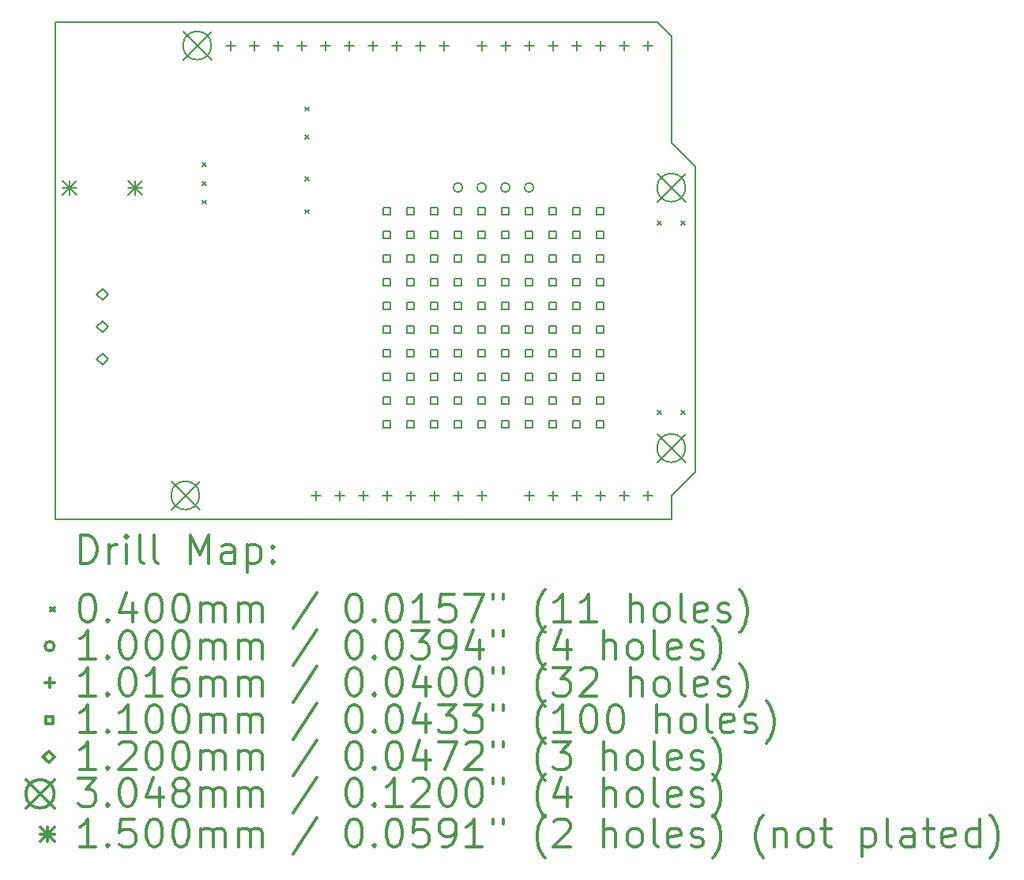
<source format=gbr>
%FSLAX45Y45*%
G04 Gerber Fmt 4.5, Leading zero omitted, Abs format (unit mm)*
G04 Created by KiCad (PCBNEW (5.1.10)-1) date 2021-11-05 01:01:14*
%MOMM*%
%LPD*%
G01*
G04 APERTURE LIST*
%TA.AperFunction,Profile*%
%ADD10C,0.150000*%
%TD*%
%ADD11C,0.200000*%
%ADD12C,0.300000*%
G04 APERTURE END LIST*
D10*
X17703800Y-7454900D02*
X17551400Y-7302500D01*
X17703800Y-8597900D02*
X17703800Y-7454900D01*
X17957800Y-8851900D02*
X17703800Y-8597900D01*
X17957800Y-12128500D02*
X17957800Y-8851900D01*
X17703800Y-12382500D02*
X17957800Y-12128500D01*
X17703800Y-12636500D02*
X17703800Y-12382500D01*
X11099800Y-12636500D02*
X17703800Y-12636500D01*
X11099800Y-7302500D02*
X11099800Y-12636500D01*
X17551400Y-7302500D02*
X11099800Y-7302500D01*
D11*
X12679800Y-8816500D02*
X12719800Y-8856500D01*
X12719800Y-8816500D02*
X12679800Y-8856500D01*
X12679800Y-9016500D02*
X12719800Y-9056500D01*
X12719800Y-9016500D02*
X12679800Y-9056500D01*
X12679800Y-9216500D02*
X12719800Y-9256500D01*
X12719800Y-9216500D02*
X12679800Y-9256500D01*
X13779800Y-8216500D02*
X13819800Y-8256500D01*
X13819800Y-8216500D02*
X13779800Y-8256500D01*
X13779800Y-8516500D02*
X13819800Y-8556500D01*
X13819800Y-8516500D02*
X13779800Y-8556500D01*
X13779800Y-8966500D02*
X13819800Y-9006500D01*
X13819800Y-8966500D02*
X13779800Y-9006500D01*
X13779800Y-9316500D02*
X13819800Y-9356500D01*
X13819800Y-9316500D02*
X13779800Y-9356500D01*
X17556800Y-9441500D02*
X17596800Y-9481500D01*
X17596800Y-9441500D02*
X17556800Y-9481500D01*
X17556800Y-11473500D02*
X17596800Y-11513500D01*
X17596800Y-11473500D02*
X17556800Y-11513500D01*
X17810800Y-9441500D02*
X17850800Y-9481500D01*
X17850800Y-9441500D02*
X17810800Y-9481500D01*
X17810800Y-11473500D02*
X17850800Y-11513500D01*
X17850800Y-11473500D02*
X17810800Y-11513500D01*
X15467800Y-9080500D02*
G75*
G03*
X15467800Y-9080500I-50000J0D01*
G01*
X15721800Y-9080500D02*
G75*
G03*
X15721800Y-9080500I-50000J0D01*
G01*
X15975800Y-9080500D02*
G75*
G03*
X15975800Y-9080500I-50000J0D01*
G01*
X16229800Y-9080500D02*
G75*
G03*
X16229800Y-9080500I-50000J0D01*
G01*
X12979400Y-7505700D02*
X12979400Y-7607300D01*
X12928600Y-7556500D02*
X13030200Y-7556500D01*
X13233400Y-7505700D02*
X13233400Y-7607300D01*
X13182600Y-7556500D02*
X13284200Y-7556500D01*
X13487400Y-7505700D02*
X13487400Y-7607300D01*
X13436600Y-7556500D02*
X13538200Y-7556500D01*
X13741400Y-7505700D02*
X13741400Y-7607300D01*
X13690600Y-7556500D02*
X13792200Y-7556500D01*
X13893800Y-12331700D02*
X13893800Y-12433300D01*
X13843000Y-12382500D02*
X13944600Y-12382500D01*
X13995400Y-7505700D02*
X13995400Y-7607300D01*
X13944600Y-7556500D02*
X14046200Y-7556500D01*
X14147800Y-12331700D02*
X14147800Y-12433300D01*
X14097000Y-12382500D02*
X14198600Y-12382500D01*
X14249400Y-7505700D02*
X14249400Y-7607300D01*
X14198600Y-7556500D02*
X14300200Y-7556500D01*
X14401800Y-12331700D02*
X14401800Y-12433300D01*
X14351000Y-12382500D02*
X14452600Y-12382500D01*
X14503400Y-7505700D02*
X14503400Y-7607300D01*
X14452600Y-7556500D02*
X14554200Y-7556500D01*
X14655800Y-12331700D02*
X14655800Y-12433300D01*
X14605000Y-12382500D02*
X14706600Y-12382500D01*
X14757400Y-7505700D02*
X14757400Y-7607300D01*
X14706600Y-7556500D02*
X14808200Y-7556500D01*
X14909800Y-12331700D02*
X14909800Y-12433300D01*
X14859000Y-12382500D02*
X14960600Y-12382500D01*
X15011400Y-7505700D02*
X15011400Y-7607300D01*
X14960600Y-7556500D02*
X15062200Y-7556500D01*
X15163800Y-12331700D02*
X15163800Y-12433300D01*
X15113000Y-12382500D02*
X15214600Y-12382500D01*
X15265400Y-7505700D02*
X15265400Y-7607300D01*
X15214600Y-7556500D02*
X15316200Y-7556500D01*
X15417800Y-12331700D02*
X15417800Y-12433300D01*
X15367000Y-12382500D02*
X15468600Y-12382500D01*
X15671800Y-7505700D02*
X15671800Y-7607300D01*
X15621000Y-7556500D02*
X15722600Y-7556500D01*
X15671800Y-12331700D02*
X15671800Y-12433300D01*
X15621000Y-12382500D02*
X15722600Y-12382500D01*
X15925800Y-7505700D02*
X15925800Y-7607300D01*
X15875000Y-7556500D02*
X15976600Y-7556500D01*
X16179800Y-7505700D02*
X16179800Y-7607300D01*
X16129000Y-7556500D02*
X16230600Y-7556500D01*
X16179800Y-12331700D02*
X16179800Y-12433300D01*
X16129000Y-12382500D02*
X16230600Y-12382500D01*
X16433800Y-7505700D02*
X16433800Y-7607300D01*
X16383000Y-7556500D02*
X16484600Y-7556500D01*
X16433800Y-12331700D02*
X16433800Y-12433300D01*
X16383000Y-12382500D02*
X16484600Y-12382500D01*
X16687800Y-7505700D02*
X16687800Y-7607300D01*
X16637000Y-7556500D02*
X16738600Y-7556500D01*
X16687800Y-12331700D02*
X16687800Y-12433300D01*
X16637000Y-12382500D02*
X16738600Y-12382500D01*
X16941800Y-7505700D02*
X16941800Y-7607300D01*
X16891000Y-7556500D02*
X16992600Y-7556500D01*
X16941800Y-12331700D02*
X16941800Y-12433300D01*
X16891000Y-12382500D02*
X16992600Y-12382500D01*
X17195800Y-7505700D02*
X17195800Y-7607300D01*
X17145000Y-7556500D02*
X17246600Y-7556500D01*
X17195800Y-12331700D02*
X17195800Y-12433300D01*
X17145000Y-12382500D02*
X17246600Y-12382500D01*
X17449800Y-7505700D02*
X17449800Y-7607300D01*
X17399000Y-7556500D02*
X17500600Y-7556500D01*
X17449800Y-12331700D02*
X17449800Y-12433300D01*
X17399000Y-12382500D02*
X17500600Y-12382500D01*
X14694691Y-9373391D02*
X14694691Y-9295609D01*
X14616909Y-9295609D01*
X14616909Y-9373391D01*
X14694691Y-9373391D01*
X14694691Y-9627391D02*
X14694691Y-9549609D01*
X14616909Y-9549609D01*
X14616909Y-9627391D01*
X14694691Y-9627391D01*
X14694691Y-9881391D02*
X14694691Y-9803609D01*
X14616909Y-9803609D01*
X14616909Y-9881391D01*
X14694691Y-9881391D01*
X14694691Y-10135391D02*
X14694691Y-10057609D01*
X14616909Y-10057609D01*
X14616909Y-10135391D01*
X14694691Y-10135391D01*
X14694691Y-10389391D02*
X14694691Y-10311609D01*
X14616909Y-10311609D01*
X14616909Y-10389391D01*
X14694691Y-10389391D01*
X14694691Y-10643391D02*
X14694691Y-10565609D01*
X14616909Y-10565609D01*
X14616909Y-10643391D01*
X14694691Y-10643391D01*
X14694691Y-10897391D02*
X14694691Y-10819609D01*
X14616909Y-10819609D01*
X14616909Y-10897391D01*
X14694691Y-10897391D01*
X14694691Y-11151391D02*
X14694691Y-11073609D01*
X14616909Y-11073609D01*
X14616909Y-11151391D01*
X14694691Y-11151391D01*
X14694691Y-11405391D02*
X14694691Y-11327609D01*
X14616909Y-11327609D01*
X14616909Y-11405391D01*
X14694691Y-11405391D01*
X14694691Y-11659391D02*
X14694691Y-11581609D01*
X14616909Y-11581609D01*
X14616909Y-11659391D01*
X14694691Y-11659391D01*
X14948691Y-9373391D02*
X14948691Y-9295609D01*
X14870909Y-9295609D01*
X14870909Y-9373391D01*
X14948691Y-9373391D01*
X14948691Y-9627391D02*
X14948691Y-9549609D01*
X14870909Y-9549609D01*
X14870909Y-9627391D01*
X14948691Y-9627391D01*
X14948691Y-9881391D02*
X14948691Y-9803609D01*
X14870909Y-9803609D01*
X14870909Y-9881391D01*
X14948691Y-9881391D01*
X14948691Y-10135391D02*
X14948691Y-10057609D01*
X14870909Y-10057609D01*
X14870909Y-10135391D01*
X14948691Y-10135391D01*
X14948691Y-10389391D02*
X14948691Y-10311609D01*
X14870909Y-10311609D01*
X14870909Y-10389391D01*
X14948691Y-10389391D01*
X14948691Y-10643391D02*
X14948691Y-10565609D01*
X14870909Y-10565609D01*
X14870909Y-10643391D01*
X14948691Y-10643391D01*
X14948691Y-10897391D02*
X14948691Y-10819609D01*
X14870909Y-10819609D01*
X14870909Y-10897391D01*
X14948691Y-10897391D01*
X14948691Y-11151391D02*
X14948691Y-11073609D01*
X14870909Y-11073609D01*
X14870909Y-11151391D01*
X14948691Y-11151391D01*
X14948691Y-11405391D02*
X14948691Y-11327609D01*
X14870909Y-11327609D01*
X14870909Y-11405391D01*
X14948691Y-11405391D01*
X14948691Y-11659391D02*
X14948691Y-11581609D01*
X14870909Y-11581609D01*
X14870909Y-11659391D01*
X14948691Y-11659391D01*
X15202691Y-9373391D02*
X15202691Y-9295609D01*
X15124909Y-9295609D01*
X15124909Y-9373391D01*
X15202691Y-9373391D01*
X15202691Y-9627391D02*
X15202691Y-9549609D01*
X15124909Y-9549609D01*
X15124909Y-9627391D01*
X15202691Y-9627391D01*
X15202691Y-9881391D02*
X15202691Y-9803609D01*
X15124909Y-9803609D01*
X15124909Y-9881391D01*
X15202691Y-9881391D01*
X15202691Y-10135391D02*
X15202691Y-10057609D01*
X15124909Y-10057609D01*
X15124909Y-10135391D01*
X15202691Y-10135391D01*
X15202691Y-10389391D02*
X15202691Y-10311609D01*
X15124909Y-10311609D01*
X15124909Y-10389391D01*
X15202691Y-10389391D01*
X15202691Y-10643391D02*
X15202691Y-10565609D01*
X15124909Y-10565609D01*
X15124909Y-10643391D01*
X15202691Y-10643391D01*
X15202691Y-10897391D02*
X15202691Y-10819609D01*
X15124909Y-10819609D01*
X15124909Y-10897391D01*
X15202691Y-10897391D01*
X15202691Y-11151391D02*
X15202691Y-11073609D01*
X15124909Y-11073609D01*
X15124909Y-11151391D01*
X15202691Y-11151391D01*
X15202691Y-11405391D02*
X15202691Y-11327609D01*
X15124909Y-11327609D01*
X15124909Y-11405391D01*
X15202691Y-11405391D01*
X15202691Y-11659391D02*
X15202691Y-11581609D01*
X15124909Y-11581609D01*
X15124909Y-11659391D01*
X15202691Y-11659391D01*
X15456691Y-9373391D02*
X15456691Y-9295609D01*
X15378909Y-9295609D01*
X15378909Y-9373391D01*
X15456691Y-9373391D01*
X15456691Y-9627391D02*
X15456691Y-9549609D01*
X15378909Y-9549609D01*
X15378909Y-9627391D01*
X15456691Y-9627391D01*
X15456691Y-9881391D02*
X15456691Y-9803609D01*
X15378909Y-9803609D01*
X15378909Y-9881391D01*
X15456691Y-9881391D01*
X15456691Y-10135391D02*
X15456691Y-10057609D01*
X15378909Y-10057609D01*
X15378909Y-10135391D01*
X15456691Y-10135391D01*
X15456691Y-10389391D02*
X15456691Y-10311609D01*
X15378909Y-10311609D01*
X15378909Y-10389391D01*
X15456691Y-10389391D01*
X15456691Y-10643391D02*
X15456691Y-10565609D01*
X15378909Y-10565609D01*
X15378909Y-10643391D01*
X15456691Y-10643391D01*
X15456691Y-10897391D02*
X15456691Y-10819609D01*
X15378909Y-10819609D01*
X15378909Y-10897391D01*
X15456691Y-10897391D01*
X15456691Y-11151391D02*
X15456691Y-11073609D01*
X15378909Y-11073609D01*
X15378909Y-11151391D01*
X15456691Y-11151391D01*
X15456691Y-11405391D02*
X15456691Y-11327609D01*
X15378909Y-11327609D01*
X15378909Y-11405391D01*
X15456691Y-11405391D01*
X15456691Y-11659391D02*
X15456691Y-11581609D01*
X15378909Y-11581609D01*
X15378909Y-11659391D01*
X15456691Y-11659391D01*
X15710691Y-9373391D02*
X15710691Y-9295609D01*
X15632909Y-9295609D01*
X15632909Y-9373391D01*
X15710691Y-9373391D01*
X15710691Y-9627391D02*
X15710691Y-9549609D01*
X15632909Y-9549609D01*
X15632909Y-9627391D01*
X15710691Y-9627391D01*
X15710691Y-9881391D02*
X15710691Y-9803609D01*
X15632909Y-9803609D01*
X15632909Y-9881391D01*
X15710691Y-9881391D01*
X15710691Y-10135391D02*
X15710691Y-10057609D01*
X15632909Y-10057609D01*
X15632909Y-10135391D01*
X15710691Y-10135391D01*
X15710691Y-10389391D02*
X15710691Y-10311609D01*
X15632909Y-10311609D01*
X15632909Y-10389391D01*
X15710691Y-10389391D01*
X15710691Y-10643391D02*
X15710691Y-10565609D01*
X15632909Y-10565609D01*
X15632909Y-10643391D01*
X15710691Y-10643391D01*
X15710691Y-10897391D02*
X15710691Y-10819609D01*
X15632909Y-10819609D01*
X15632909Y-10897391D01*
X15710691Y-10897391D01*
X15710691Y-11151391D02*
X15710691Y-11073609D01*
X15632909Y-11073609D01*
X15632909Y-11151391D01*
X15710691Y-11151391D01*
X15710691Y-11405391D02*
X15710691Y-11327609D01*
X15632909Y-11327609D01*
X15632909Y-11405391D01*
X15710691Y-11405391D01*
X15710691Y-11659391D02*
X15710691Y-11581609D01*
X15632909Y-11581609D01*
X15632909Y-11659391D01*
X15710691Y-11659391D01*
X15964691Y-9373391D02*
X15964691Y-9295609D01*
X15886909Y-9295609D01*
X15886909Y-9373391D01*
X15964691Y-9373391D01*
X15964691Y-9627391D02*
X15964691Y-9549609D01*
X15886909Y-9549609D01*
X15886909Y-9627391D01*
X15964691Y-9627391D01*
X15964691Y-9881391D02*
X15964691Y-9803609D01*
X15886909Y-9803609D01*
X15886909Y-9881391D01*
X15964691Y-9881391D01*
X15964691Y-10135391D02*
X15964691Y-10057609D01*
X15886909Y-10057609D01*
X15886909Y-10135391D01*
X15964691Y-10135391D01*
X15964691Y-10389391D02*
X15964691Y-10311609D01*
X15886909Y-10311609D01*
X15886909Y-10389391D01*
X15964691Y-10389391D01*
X15964691Y-10643391D02*
X15964691Y-10565609D01*
X15886909Y-10565609D01*
X15886909Y-10643391D01*
X15964691Y-10643391D01*
X15964691Y-10897391D02*
X15964691Y-10819609D01*
X15886909Y-10819609D01*
X15886909Y-10897391D01*
X15964691Y-10897391D01*
X15964691Y-11151391D02*
X15964691Y-11073609D01*
X15886909Y-11073609D01*
X15886909Y-11151391D01*
X15964691Y-11151391D01*
X15964691Y-11405391D02*
X15964691Y-11327609D01*
X15886909Y-11327609D01*
X15886909Y-11405391D01*
X15964691Y-11405391D01*
X15964691Y-11659391D02*
X15964691Y-11581609D01*
X15886909Y-11581609D01*
X15886909Y-11659391D01*
X15964691Y-11659391D01*
X16218691Y-9373391D02*
X16218691Y-9295609D01*
X16140909Y-9295609D01*
X16140909Y-9373391D01*
X16218691Y-9373391D01*
X16218691Y-9627391D02*
X16218691Y-9549609D01*
X16140909Y-9549609D01*
X16140909Y-9627391D01*
X16218691Y-9627391D01*
X16218691Y-9881391D02*
X16218691Y-9803609D01*
X16140909Y-9803609D01*
X16140909Y-9881391D01*
X16218691Y-9881391D01*
X16218691Y-10135391D02*
X16218691Y-10057609D01*
X16140909Y-10057609D01*
X16140909Y-10135391D01*
X16218691Y-10135391D01*
X16218691Y-10389391D02*
X16218691Y-10311609D01*
X16140909Y-10311609D01*
X16140909Y-10389391D01*
X16218691Y-10389391D01*
X16218691Y-10643391D02*
X16218691Y-10565609D01*
X16140909Y-10565609D01*
X16140909Y-10643391D01*
X16218691Y-10643391D01*
X16218691Y-10897391D02*
X16218691Y-10819609D01*
X16140909Y-10819609D01*
X16140909Y-10897391D01*
X16218691Y-10897391D01*
X16218691Y-11151391D02*
X16218691Y-11073609D01*
X16140909Y-11073609D01*
X16140909Y-11151391D01*
X16218691Y-11151391D01*
X16218691Y-11405391D02*
X16218691Y-11327609D01*
X16140909Y-11327609D01*
X16140909Y-11405391D01*
X16218691Y-11405391D01*
X16218691Y-11659391D02*
X16218691Y-11581609D01*
X16140909Y-11581609D01*
X16140909Y-11659391D01*
X16218691Y-11659391D01*
X16472691Y-9373391D02*
X16472691Y-9295609D01*
X16394909Y-9295609D01*
X16394909Y-9373391D01*
X16472691Y-9373391D01*
X16472691Y-9627391D02*
X16472691Y-9549609D01*
X16394909Y-9549609D01*
X16394909Y-9627391D01*
X16472691Y-9627391D01*
X16472691Y-9881391D02*
X16472691Y-9803609D01*
X16394909Y-9803609D01*
X16394909Y-9881391D01*
X16472691Y-9881391D01*
X16472691Y-10135391D02*
X16472691Y-10057609D01*
X16394909Y-10057609D01*
X16394909Y-10135391D01*
X16472691Y-10135391D01*
X16472691Y-10389391D02*
X16472691Y-10311609D01*
X16394909Y-10311609D01*
X16394909Y-10389391D01*
X16472691Y-10389391D01*
X16472691Y-10643391D02*
X16472691Y-10565609D01*
X16394909Y-10565609D01*
X16394909Y-10643391D01*
X16472691Y-10643391D01*
X16472691Y-10897391D02*
X16472691Y-10819609D01*
X16394909Y-10819609D01*
X16394909Y-10897391D01*
X16472691Y-10897391D01*
X16472691Y-11151391D02*
X16472691Y-11073609D01*
X16394909Y-11073609D01*
X16394909Y-11151391D01*
X16472691Y-11151391D01*
X16472691Y-11405391D02*
X16472691Y-11327609D01*
X16394909Y-11327609D01*
X16394909Y-11405391D01*
X16472691Y-11405391D01*
X16472691Y-11659391D02*
X16472691Y-11581609D01*
X16394909Y-11581609D01*
X16394909Y-11659391D01*
X16472691Y-11659391D01*
X16726691Y-9373391D02*
X16726691Y-9295609D01*
X16648909Y-9295609D01*
X16648909Y-9373391D01*
X16726691Y-9373391D01*
X16726691Y-9627391D02*
X16726691Y-9549609D01*
X16648909Y-9549609D01*
X16648909Y-9627391D01*
X16726691Y-9627391D01*
X16726691Y-9881391D02*
X16726691Y-9803609D01*
X16648909Y-9803609D01*
X16648909Y-9881391D01*
X16726691Y-9881391D01*
X16726691Y-10135391D02*
X16726691Y-10057609D01*
X16648909Y-10057609D01*
X16648909Y-10135391D01*
X16726691Y-10135391D01*
X16726691Y-10389391D02*
X16726691Y-10311609D01*
X16648909Y-10311609D01*
X16648909Y-10389391D01*
X16726691Y-10389391D01*
X16726691Y-10643391D02*
X16726691Y-10565609D01*
X16648909Y-10565609D01*
X16648909Y-10643391D01*
X16726691Y-10643391D01*
X16726691Y-10897391D02*
X16726691Y-10819609D01*
X16648909Y-10819609D01*
X16648909Y-10897391D01*
X16726691Y-10897391D01*
X16726691Y-11151391D02*
X16726691Y-11073609D01*
X16648909Y-11073609D01*
X16648909Y-11151391D01*
X16726691Y-11151391D01*
X16726691Y-11405391D02*
X16726691Y-11327609D01*
X16648909Y-11327609D01*
X16648909Y-11405391D01*
X16726691Y-11405391D01*
X16726691Y-11659391D02*
X16726691Y-11581609D01*
X16648909Y-11581609D01*
X16648909Y-11659391D01*
X16726691Y-11659391D01*
X16980691Y-9373391D02*
X16980691Y-9295609D01*
X16902909Y-9295609D01*
X16902909Y-9373391D01*
X16980691Y-9373391D01*
X16980691Y-9627391D02*
X16980691Y-9549609D01*
X16902909Y-9549609D01*
X16902909Y-9627391D01*
X16980691Y-9627391D01*
X16980691Y-9881391D02*
X16980691Y-9803609D01*
X16902909Y-9803609D01*
X16902909Y-9881391D01*
X16980691Y-9881391D01*
X16980691Y-10135391D02*
X16980691Y-10057609D01*
X16902909Y-10057609D01*
X16902909Y-10135391D01*
X16980691Y-10135391D01*
X16980691Y-10389391D02*
X16980691Y-10311609D01*
X16902909Y-10311609D01*
X16902909Y-10389391D01*
X16980691Y-10389391D01*
X16980691Y-10643391D02*
X16980691Y-10565609D01*
X16902909Y-10565609D01*
X16902909Y-10643391D01*
X16980691Y-10643391D01*
X16980691Y-10897391D02*
X16980691Y-10819609D01*
X16902909Y-10819609D01*
X16902909Y-10897391D01*
X16980691Y-10897391D01*
X16980691Y-11151391D02*
X16980691Y-11073609D01*
X16902909Y-11073609D01*
X16902909Y-11151391D01*
X16980691Y-11151391D01*
X16980691Y-11405391D02*
X16980691Y-11327609D01*
X16902909Y-11327609D01*
X16902909Y-11405391D01*
X16980691Y-11405391D01*
X16980691Y-11659391D02*
X16980691Y-11581609D01*
X16902909Y-11581609D01*
X16902909Y-11659391D01*
X16980691Y-11659391D01*
X11607800Y-10283500D02*
X11667800Y-10223500D01*
X11607800Y-10163500D01*
X11547800Y-10223500D01*
X11607800Y-10283500D01*
X11607800Y-10633500D02*
X11667800Y-10573500D01*
X11607800Y-10513500D01*
X11547800Y-10573500D01*
X11607800Y-10633500D01*
X11607800Y-10983500D02*
X11667800Y-10923500D01*
X11607800Y-10863500D01*
X11547800Y-10923500D01*
X11607800Y-10983500D01*
X12344400Y-12230100D02*
X12649200Y-12534900D01*
X12649200Y-12230100D02*
X12344400Y-12534900D01*
X12649200Y-12382500D02*
G75*
G03*
X12649200Y-12382500I-152400J0D01*
G01*
X12471400Y-7404100D02*
X12776200Y-7708900D01*
X12776200Y-7404100D02*
X12471400Y-7708900D01*
X12776200Y-7556500D02*
G75*
G03*
X12776200Y-7556500I-152400J0D01*
G01*
X17551400Y-8928100D02*
X17856200Y-9232900D01*
X17856200Y-8928100D02*
X17551400Y-9232900D01*
X17856200Y-9080500D02*
G75*
G03*
X17856200Y-9080500I-152400J0D01*
G01*
X17551400Y-11722100D02*
X17856200Y-12026900D01*
X17856200Y-11722100D02*
X17551400Y-12026900D01*
X17856200Y-11874500D02*
G75*
G03*
X17856200Y-11874500I-152400J0D01*
G01*
X11182300Y-9005500D02*
X11332300Y-9155500D01*
X11332300Y-9005500D02*
X11182300Y-9155500D01*
X11257300Y-9005500D02*
X11257300Y-9155500D01*
X11182300Y-9080500D02*
X11332300Y-9080500D01*
X11882300Y-9005500D02*
X12032300Y-9155500D01*
X12032300Y-9005500D02*
X11882300Y-9155500D01*
X11957300Y-9005500D02*
X11957300Y-9155500D01*
X11882300Y-9080500D02*
X12032300Y-9080500D01*
D12*
X11378728Y-13109714D02*
X11378728Y-12809714D01*
X11450157Y-12809714D01*
X11493014Y-12824000D01*
X11521586Y-12852571D01*
X11535871Y-12881143D01*
X11550157Y-12938286D01*
X11550157Y-12981143D01*
X11535871Y-13038286D01*
X11521586Y-13066857D01*
X11493014Y-13095429D01*
X11450157Y-13109714D01*
X11378728Y-13109714D01*
X11678728Y-13109714D02*
X11678728Y-12909714D01*
X11678728Y-12966857D02*
X11693014Y-12938286D01*
X11707300Y-12924000D01*
X11735871Y-12909714D01*
X11764443Y-12909714D01*
X11864443Y-13109714D02*
X11864443Y-12909714D01*
X11864443Y-12809714D02*
X11850157Y-12824000D01*
X11864443Y-12838286D01*
X11878728Y-12824000D01*
X11864443Y-12809714D01*
X11864443Y-12838286D01*
X12050157Y-13109714D02*
X12021586Y-13095429D01*
X12007300Y-13066857D01*
X12007300Y-12809714D01*
X12207300Y-13109714D02*
X12178728Y-13095429D01*
X12164443Y-13066857D01*
X12164443Y-12809714D01*
X12550157Y-13109714D02*
X12550157Y-12809714D01*
X12650157Y-13024000D01*
X12750157Y-12809714D01*
X12750157Y-13109714D01*
X13021586Y-13109714D02*
X13021586Y-12952571D01*
X13007300Y-12924000D01*
X12978728Y-12909714D01*
X12921586Y-12909714D01*
X12893014Y-12924000D01*
X13021586Y-13095429D02*
X12993014Y-13109714D01*
X12921586Y-13109714D01*
X12893014Y-13095429D01*
X12878728Y-13066857D01*
X12878728Y-13038286D01*
X12893014Y-13009714D01*
X12921586Y-12995429D01*
X12993014Y-12995429D01*
X13021586Y-12981143D01*
X13164443Y-12909714D02*
X13164443Y-13209714D01*
X13164443Y-12924000D02*
X13193014Y-12909714D01*
X13250157Y-12909714D01*
X13278728Y-12924000D01*
X13293014Y-12938286D01*
X13307300Y-12966857D01*
X13307300Y-13052571D01*
X13293014Y-13081143D01*
X13278728Y-13095429D01*
X13250157Y-13109714D01*
X13193014Y-13109714D01*
X13164443Y-13095429D01*
X13435871Y-13081143D02*
X13450157Y-13095429D01*
X13435871Y-13109714D01*
X13421586Y-13095429D01*
X13435871Y-13081143D01*
X13435871Y-13109714D01*
X13435871Y-12924000D02*
X13450157Y-12938286D01*
X13435871Y-12952571D01*
X13421586Y-12938286D01*
X13435871Y-12924000D01*
X13435871Y-12952571D01*
X11052300Y-13584000D02*
X11092300Y-13624000D01*
X11092300Y-13584000D02*
X11052300Y-13624000D01*
X11435871Y-13439714D02*
X11464443Y-13439714D01*
X11493014Y-13454000D01*
X11507300Y-13468286D01*
X11521586Y-13496857D01*
X11535871Y-13554000D01*
X11535871Y-13625429D01*
X11521586Y-13682571D01*
X11507300Y-13711143D01*
X11493014Y-13725429D01*
X11464443Y-13739714D01*
X11435871Y-13739714D01*
X11407300Y-13725429D01*
X11393014Y-13711143D01*
X11378728Y-13682571D01*
X11364443Y-13625429D01*
X11364443Y-13554000D01*
X11378728Y-13496857D01*
X11393014Y-13468286D01*
X11407300Y-13454000D01*
X11435871Y-13439714D01*
X11664443Y-13711143D02*
X11678728Y-13725429D01*
X11664443Y-13739714D01*
X11650157Y-13725429D01*
X11664443Y-13711143D01*
X11664443Y-13739714D01*
X11935871Y-13539714D02*
X11935871Y-13739714D01*
X11864443Y-13425429D02*
X11793014Y-13639714D01*
X11978728Y-13639714D01*
X12150157Y-13439714D02*
X12178728Y-13439714D01*
X12207300Y-13454000D01*
X12221586Y-13468286D01*
X12235871Y-13496857D01*
X12250157Y-13554000D01*
X12250157Y-13625429D01*
X12235871Y-13682571D01*
X12221586Y-13711143D01*
X12207300Y-13725429D01*
X12178728Y-13739714D01*
X12150157Y-13739714D01*
X12121586Y-13725429D01*
X12107300Y-13711143D01*
X12093014Y-13682571D01*
X12078728Y-13625429D01*
X12078728Y-13554000D01*
X12093014Y-13496857D01*
X12107300Y-13468286D01*
X12121586Y-13454000D01*
X12150157Y-13439714D01*
X12435871Y-13439714D02*
X12464443Y-13439714D01*
X12493014Y-13454000D01*
X12507300Y-13468286D01*
X12521586Y-13496857D01*
X12535871Y-13554000D01*
X12535871Y-13625429D01*
X12521586Y-13682571D01*
X12507300Y-13711143D01*
X12493014Y-13725429D01*
X12464443Y-13739714D01*
X12435871Y-13739714D01*
X12407300Y-13725429D01*
X12393014Y-13711143D01*
X12378728Y-13682571D01*
X12364443Y-13625429D01*
X12364443Y-13554000D01*
X12378728Y-13496857D01*
X12393014Y-13468286D01*
X12407300Y-13454000D01*
X12435871Y-13439714D01*
X12664443Y-13739714D02*
X12664443Y-13539714D01*
X12664443Y-13568286D02*
X12678728Y-13554000D01*
X12707300Y-13539714D01*
X12750157Y-13539714D01*
X12778728Y-13554000D01*
X12793014Y-13582571D01*
X12793014Y-13739714D01*
X12793014Y-13582571D02*
X12807300Y-13554000D01*
X12835871Y-13539714D01*
X12878728Y-13539714D01*
X12907300Y-13554000D01*
X12921586Y-13582571D01*
X12921586Y-13739714D01*
X13064443Y-13739714D02*
X13064443Y-13539714D01*
X13064443Y-13568286D02*
X13078728Y-13554000D01*
X13107300Y-13539714D01*
X13150157Y-13539714D01*
X13178728Y-13554000D01*
X13193014Y-13582571D01*
X13193014Y-13739714D01*
X13193014Y-13582571D02*
X13207300Y-13554000D01*
X13235871Y-13539714D01*
X13278728Y-13539714D01*
X13307300Y-13554000D01*
X13321586Y-13582571D01*
X13321586Y-13739714D01*
X13907300Y-13425429D02*
X13650157Y-13811143D01*
X14293014Y-13439714D02*
X14321586Y-13439714D01*
X14350157Y-13454000D01*
X14364443Y-13468286D01*
X14378728Y-13496857D01*
X14393014Y-13554000D01*
X14393014Y-13625429D01*
X14378728Y-13682571D01*
X14364443Y-13711143D01*
X14350157Y-13725429D01*
X14321586Y-13739714D01*
X14293014Y-13739714D01*
X14264443Y-13725429D01*
X14250157Y-13711143D01*
X14235871Y-13682571D01*
X14221586Y-13625429D01*
X14221586Y-13554000D01*
X14235871Y-13496857D01*
X14250157Y-13468286D01*
X14264443Y-13454000D01*
X14293014Y-13439714D01*
X14521586Y-13711143D02*
X14535871Y-13725429D01*
X14521586Y-13739714D01*
X14507300Y-13725429D01*
X14521586Y-13711143D01*
X14521586Y-13739714D01*
X14721586Y-13439714D02*
X14750157Y-13439714D01*
X14778728Y-13454000D01*
X14793014Y-13468286D01*
X14807300Y-13496857D01*
X14821586Y-13554000D01*
X14821586Y-13625429D01*
X14807300Y-13682571D01*
X14793014Y-13711143D01*
X14778728Y-13725429D01*
X14750157Y-13739714D01*
X14721586Y-13739714D01*
X14693014Y-13725429D01*
X14678728Y-13711143D01*
X14664443Y-13682571D01*
X14650157Y-13625429D01*
X14650157Y-13554000D01*
X14664443Y-13496857D01*
X14678728Y-13468286D01*
X14693014Y-13454000D01*
X14721586Y-13439714D01*
X15107300Y-13739714D02*
X14935871Y-13739714D01*
X15021586Y-13739714D02*
X15021586Y-13439714D01*
X14993014Y-13482571D01*
X14964443Y-13511143D01*
X14935871Y-13525429D01*
X15378728Y-13439714D02*
X15235871Y-13439714D01*
X15221586Y-13582571D01*
X15235871Y-13568286D01*
X15264443Y-13554000D01*
X15335871Y-13554000D01*
X15364443Y-13568286D01*
X15378728Y-13582571D01*
X15393014Y-13611143D01*
X15393014Y-13682571D01*
X15378728Y-13711143D01*
X15364443Y-13725429D01*
X15335871Y-13739714D01*
X15264443Y-13739714D01*
X15235871Y-13725429D01*
X15221586Y-13711143D01*
X15493014Y-13439714D02*
X15693014Y-13439714D01*
X15564443Y-13739714D01*
X15793014Y-13439714D02*
X15793014Y-13496857D01*
X15907300Y-13439714D02*
X15907300Y-13496857D01*
X16350157Y-13854000D02*
X16335871Y-13839714D01*
X16307300Y-13796857D01*
X16293014Y-13768286D01*
X16278728Y-13725429D01*
X16264443Y-13654000D01*
X16264443Y-13596857D01*
X16278728Y-13525429D01*
X16293014Y-13482571D01*
X16307300Y-13454000D01*
X16335871Y-13411143D01*
X16350157Y-13396857D01*
X16621586Y-13739714D02*
X16450157Y-13739714D01*
X16535871Y-13739714D02*
X16535871Y-13439714D01*
X16507300Y-13482571D01*
X16478728Y-13511143D01*
X16450157Y-13525429D01*
X16907300Y-13739714D02*
X16735871Y-13739714D01*
X16821586Y-13739714D02*
X16821586Y-13439714D01*
X16793014Y-13482571D01*
X16764443Y-13511143D01*
X16735871Y-13525429D01*
X17264443Y-13739714D02*
X17264443Y-13439714D01*
X17393014Y-13739714D02*
X17393014Y-13582571D01*
X17378728Y-13554000D01*
X17350157Y-13539714D01*
X17307300Y-13539714D01*
X17278728Y-13554000D01*
X17264443Y-13568286D01*
X17578728Y-13739714D02*
X17550157Y-13725429D01*
X17535871Y-13711143D01*
X17521586Y-13682571D01*
X17521586Y-13596857D01*
X17535871Y-13568286D01*
X17550157Y-13554000D01*
X17578728Y-13539714D01*
X17621586Y-13539714D01*
X17650157Y-13554000D01*
X17664443Y-13568286D01*
X17678728Y-13596857D01*
X17678728Y-13682571D01*
X17664443Y-13711143D01*
X17650157Y-13725429D01*
X17621586Y-13739714D01*
X17578728Y-13739714D01*
X17850157Y-13739714D02*
X17821586Y-13725429D01*
X17807300Y-13696857D01*
X17807300Y-13439714D01*
X18078728Y-13725429D02*
X18050157Y-13739714D01*
X17993014Y-13739714D01*
X17964443Y-13725429D01*
X17950157Y-13696857D01*
X17950157Y-13582571D01*
X17964443Y-13554000D01*
X17993014Y-13539714D01*
X18050157Y-13539714D01*
X18078728Y-13554000D01*
X18093014Y-13582571D01*
X18093014Y-13611143D01*
X17950157Y-13639714D01*
X18207300Y-13725429D02*
X18235871Y-13739714D01*
X18293014Y-13739714D01*
X18321586Y-13725429D01*
X18335871Y-13696857D01*
X18335871Y-13682571D01*
X18321586Y-13654000D01*
X18293014Y-13639714D01*
X18250157Y-13639714D01*
X18221586Y-13625429D01*
X18207300Y-13596857D01*
X18207300Y-13582571D01*
X18221586Y-13554000D01*
X18250157Y-13539714D01*
X18293014Y-13539714D01*
X18321586Y-13554000D01*
X18435871Y-13854000D02*
X18450157Y-13839714D01*
X18478728Y-13796857D01*
X18493014Y-13768286D01*
X18507300Y-13725429D01*
X18521586Y-13654000D01*
X18521586Y-13596857D01*
X18507300Y-13525429D01*
X18493014Y-13482571D01*
X18478728Y-13454000D01*
X18450157Y-13411143D01*
X18435871Y-13396857D01*
X11092300Y-14000000D02*
G75*
G03*
X11092300Y-14000000I-50000J0D01*
G01*
X11535871Y-14135714D02*
X11364443Y-14135714D01*
X11450157Y-14135714D02*
X11450157Y-13835714D01*
X11421586Y-13878571D01*
X11393014Y-13907143D01*
X11364443Y-13921429D01*
X11664443Y-14107143D02*
X11678728Y-14121429D01*
X11664443Y-14135714D01*
X11650157Y-14121429D01*
X11664443Y-14107143D01*
X11664443Y-14135714D01*
X11864443Y-13835714D02*
X11893014Y-13835714D01*
X11921586Y-13850000D01*
X11935871Y-13864286D01*
X11950157Y-13892857D01*
X11964443Y-13950000D01*
X11964443Y-14021429D01*
X11950157Y-14078571D01*
X11935871Y-14107143D01*
X11921586Y-14121429D01*
X11893014Y-14135714D01*
X11864443Y-14135714D01*
X11835871Y-14121429D01*
X11821586Y-14107143D01*
X11807300Y-14078571D01*
X11793014Y-14021429D01*
X11793014Y-13950000D01*
X11807300Y-13892857D01*
X11821586Y-13864286D01*
X11835871Y-13850000D01*
X11864443Y-13835714D01*
X12150157Y-13835714D02*
X12178728Y-13835714D01*
X12207300Y-13850000D01*
X12221586Y-13864286D01*
X12235871Y-13892857D01*
X12250157Y-13950000D01*
X12250157Y-14021429D01*
X12235871Y-14078571D01*
X12221586Y-14107143D01*
X12207300Y-14121429D01*
X12178728Y-14135714D01*
X12150157Y-14135714D01*
X12121586Y-14121429D01*
X12107300Y-14107143D01*
X12093014Y-14078571D01*
X12078728Y-14021429D01*
X12078728Y-13950000D01*
X12093014Y-13892857D01*
X12107300Y-13864286D01*
X12121586Y-13850000D01*
X12150157Y-13835714D01*
X12435871Y-13835714D02*
X12464443Y-13835714D01*
X12493014Y-13850000D01*
X12507300Y-13864286D01*
X12521586Y-13892857D01*
X12535871Y-13950000D01*
X12535871Y-14021429D01*
X12521586Y-14078571D01*
X12507300Y-14107143D01*
X12493014Y-14121429D01*
X12464443Y-14135714D01*
X12435871Y-14135714D01*
X12407300Y-14121429D01*
X12393014Y-14107143D01*
X12378728Y-14078571D01*
X12364443Y-14021429D01*
X12364443Y-13950000D01*
X12378728Y-13892857D01*
X12393014Y-13864286D01*
X12407300Y-13850000D01*
X12435871Y-13835714D01*
X12664443Y-14135714D02*
X12664443Y-13935714D01*
X12664443Y-13964286D02*
X12678728Y-13950000D01*
X12707300Y-13935714D01*
X12750157Y-13935714D01*
X12778728Y-13950000D01*
X12793014Y-13978571D01*
X12793014Y-14135714D01*
X12793014Y-13978571D02*
X12807300Y-13950000D01*
X12835871Y-13935714D01*
X12878728Y-13935714D01*
X12907300Y-13950000D01*
X12921586Y-13978571D01*
X12921586Y-14135714D01*
X13064443Y-14135714D02*
X13064443Y-13935714D01*
X13064443Y-13964286D02*
X13078728Y-13950000D01*
X13107300Y-13935714D01*
X13150157Y-13935714D01*
X13178728Y-13950000D01*
X13193014Y-13978571D01*
X13193014Y-14135714D01*
X13193014Y-13978571D02*
X13207300Y-13950000D01*
X13235871Y-13935714D01*
X13278728Y-13935714D01*
X13307300Y-13950000D01*
X13321586Y-13978571D01*
X13321586Y-14135714D01*
X13907300Y-13821429D02*
X13650157Y-14207143D01*
X14293014Y-13835714D02*
X14321586Y-13835714D01*
X14350157Y-13850000D01*
X14364443Y-13864286D01*
X14378728Y-13892857D01*
X14393014Y-13950000D01*
X14393014Y-14021429D01*
X14378728Y-14078571D01*
X14364443Y-14107143D01*
X14350157Y-14121429D01*
X14321586Y-14135714D01*
X14293014Y-14135714D01*
X14264443Y-14121429D01*
X14250157Y-14107143D01*
X14235871Y-14078571D01*
X14221586Y-14021429D01*
X14221586Y-13950000D01*
X14235871Y-13892857D01*
X14250157Y-13864286D01*
X14264443Y-13850000D01*
X14293014Y-13835714D01*
X14521586Y-14107143D02*
X14535871Y-14121429D01*
X14521586Y-14135714D01*
X14507300Y-14121429D01*
X14521586Y-14107143D01*
X14521586Y-14135714D01*
X14721586Y-13835714D02*
X14750157Y-13835714D01*
X14778728Y-13850000D01*
X14793014Y-13864286D01*
X14807300Y-13892857D01*
X14821586Y-13950000D01*
X14821586Y-14021429D01*
X14807300Y-14078571D01*
X14793014Y-14107143D01*
X14778728Y-14121429D01*
X14750157Y-14135714D01*
X14721586Y-14135714D01*
X14693014Y-14121429D01*
X14678728Y-14107143D01*
X14664443Y-14078571D01*
X14650157Y-14021429D01*
X14650157Y-13950000D01*
X14664443Y-13892857D01*
X14678728Y-13864286D01*
X14693014Y-13850000D01*
X14721586Y-13835714D01*
X14921586Y-13835714D02*
X15107300Y-13835714D01*
X15007300Y-13950000D01*
X15050157Y-13950000D01*
X15078728Y-13964286D01*
X15093014Y-13978571D01*
X15107300Y-14007143D01*
X15107300Y-14078571D01*
X15093014Y-14107143D01*
X15078728Y-14121429D01*
X15050157Y-14135714D01*
X14964443Y-14135714D01*
X14935871Y-14121429D01*
X14921586Y-14107143D01*
X15250157Y-14135714D02*
X15307300Y-14135714D01*
X15335871Y-14121429D01*
X15350157Y-14107143D01*
X15378728Y-14064286D01*
X15393014Y-14007143D01*
X15393014Y-13892857D01*
X15378728Y-13864286D01*
X15364443Y-13850000D01*
X15335871Y-13835714D01*
X15278728Y-13835714D01*
X15250157Y-13850000D01*
X15235871Y-13864286D01*
X15221586Y-13892857D01*
X15221586Y-13964286D01*
X15235871Y-13992857D01*
X15250157Y-14007143D01*
X15278728Y-14021429D01*
X15335871Y-14021429D01*
X15364443Y-14007143D01*
X15378728Y-13992857D01*
X15393014Y-13964286D01*
X15650157Y-13935714D02*
X15650157Y-14135714D01*
X15578728Y-13821429D02*
X15507300Y-14035714D01*
X15693014Y-14035714D01*
X15793014Y-13835714D02*
X15793014Y-13892857D01*
X15907300Y-13835714D02*
X15907300Y-13892857D01*
X16350157Y-14250000D02*
X16335871Y-14235714D01*
X16307300Y-14192857D01*
X16293014Y-14164286D01*
X16278728Y-14121429D01*
X16264443Y-14050000D01*
X16264443Y-13992857D01*
X16278728Y-13921429D01*
X16293014Y-13878571D01*
X16307300Y-13850000D01*
X16335871Y-13807143D01*
X16350157Y-13792857D01*
X16593014Y-13935714D02*
X16593014Y-14135714D01*
X16521586Y-13821429D02*
X16450157Y-14035714D01*
X16635871Y-14035714D01*
X16978728Y-14135714D02*
X16978728Y-13835714D01*
X17107300Y-14135714D02*
X17107300Y-13978571D01*
X17093014Y-13950000D01*
X17064443Y-13935714D01*
X17021586Y-13935714D01*
X16993014Y-13950000D01*
X16978728Y-13964286D01*
X17293014Y-14135714D02*
X17264443Y-14121429D01*
X17250157Y-14107143D01*
X17235871Y-14078571D01*
X17235871Y-13992857D01*
X17250157Y-13964286D01*
X17264443Y-13950000D01*
X17293014Y-13935714D01*
X17335871Y-13935714D01*
X17364443Y-13950000D01*
X17378728Y-13964286D01*
X17393014Y-13992857D01*
X17393014Y-14078571D01*
X17378728Y-14107143D01*
X17364443Y-14121429D01*
X17335871Y-14135714D01*
X17293014Y-14135714D01*
X17564443Y-14135714D02*
X17535871Y-14121429D01*
X17521586Y-14092857D01*
X17521586Y-13835714D01*
X17793014Y-14121429D02*
X17764443Y-14135714D01*
X17707300Y-14135714D01*
X17678728Y-14121429D01*
X17664443Y-14092857D01*
X17664443Y-13978571D01*
X17678728Y-13950000D01*
X17707300Y-13935714D01*
X17764443Y-13935714D01*
X17793014Y-13950000D01*
X17807300Y-13978571D01*
X17807300Y-14007143D01*
X17664443Y-14035714D01*
X17921586Y-14121429D02*
X17950157Y-14135714D01*
X18007300Y-14135714D01*
X18035871Y-14121429D01*
X18050157Y-14092857D01*
X18050157Y-14078571D01*
X18035871Y-14050000D01*
X18007300Y-14035714D01*
X17964443Y-14035714D01*
X17935871Y-14021429D01*
X17921586Y-13992857D01*
X17921586Y-13978571D01*
X17935871Y-13950000D01*
X17964443Y-13935714D01*
X18007300Y-13935714D01*
X18035871Y-13950000D01*
X18150157Y-14250000D02*
X18164443Y-14235714D01*
X18193014Y-14192857D01*
X18207300Y-14164286D01*
X18221586Y-14121429D01*
X18235871Y-14050000D01*
X18235871Y-13992857D01*
X18221586Y-13921429D01*
X18207300Y-13878571D01*
X18193014Y-13850000D01*
X18164443Y-13807143D01*
X18150157Y-13792857D01*
X11041500Y-14345200D02*
X11041500Y-14446800D01*
X10990700Y-14396000D02*
X11092300Y-14396000D01*
X11535871Y-14531714D02*
X11364443Y-14531714D01*
X11450157Y-14531714D02*
X11450157Y-14231714D01*
X11421586Y-14274571D01*
X11393014Y-14303143D01*
X11364443Y-14317429D01*
X11664443Y-14503143D02*
X11678728Y-14517429D01*
X11664443Y-14531714D01*
X11650157Y-14517429D01*
X11664443Y-14503143D01*
X11664443Y-14531714D01*
X11864443Y-14231714D02*
X11893014Y-14231714D01*
X11921586Y-14246000D01*
X11935871Y-14260286D01*
X11950157Y-14288857D01*
X11964443Y-14346000D01*
X11964443Y-14417429D01*
X11950157Y-14474571D01*
X11935871Y-14503143D01*
X11921586Y-14517429D01*
X11893014Y-14531714D01*
X11864443Y-14531714D01*
X11835871Y-14517429D01*
X11821586Y-14503143D01*
X11807300Y-14474571D01*
X11793014Y-14417429D01*
X11793014Y-14346000D01*
X11807300Y-14288857D01*
X11821586Y-14260286D01*
X11835871Y-14246000D01*
X11864443Y-14231714D01*
X12250157Y-14531714D02*
X12078728Y-14531714D01*
X12164443Y-14531714D02*
X12164443Y-14231714D01*
X12135871Y-14274571D01*
X12107300Y-14303143D01*
X12078728Y-14317429D01*
X12507300Y-14231714D02*
X12450157Y-14231714D01*
X12421586Y-14246000D01*
X12407300Y-14260286D01*
X12378728Y-14303143D01*
X12364443Y-14360286D01*
X12364443Y-14474571D01*
X12378728Y-14503143D01*
X12393014Y-14517429D01*
X12421586Y-14531714D01*
X12478728Y-14531714D01*
X12507300Y-14517429D01*
X12521586Y-14503143D01*
X12535871Y-14474571D01*
X12535871Y-14403143D01*
X12521586Y-14374571D01*
X12507300Y-14360286D01*
X12478728Y-14346000D01*
X12421586Y-14346000D01*
X12393014Y-14360286D01*
X12378728Y-14374571D01*
X12364443Y-14403143D01*
X12664443Y-14531714D02*
X12664443Y-14331714D01*
X12664443Y-14360286D02*
X12678728Y-14346000D01*
X12707300Y-14331714D01*
X12750157Y-14331714D01*
X12778728Y-14346000D01*
X12793014Y-14374571D01*
X12793014Y-14531714D01*
X12793014Y-14374571D02*
X12807300Y-14346000D01*
X12835871Y-14331714D01*
X12878728Y-14331714D01*
X12907300Y-14346000D01*
X12921586Y-14374571D01*
X12921586Y-14531714D01*
X13064443Y-14531714D02*
X13064443Y-14331714D01*
X13064443Y-14360286D02*
X13078728Y-14346000D01*
X13107300Y-14331714D01*
X13150157Y-14331714D01*
X13178728Y-14346000D01*
X13193014Y-14374571D01*
X13193014Y-14531714D01*
X13193014Y-14374571D02*
X13207300Y-14346000D01*
X13235871Y-14331714D01*
X13278728Y-14331714D01*
X13307300Y-14346000D01*
X13321586Y-14374571D01*
X13321586Y-14531714D01*
X13907300Y-14217429D02*
X13650157Y-14603143D01*
X14293014Y-14231714D02*
X14321586Y-14231714D01*
X14350157Y-14246000D01*
X14364443Y-14260286D01*
X14378728Y-14288857D01*
X14393014Y-14346000D01*
X14393014Y-14417429D01*
X14378728Y-14474571D01*
X14364443Y-14503143D01*
X14350157Y-14517429D01*
X14321586Y-14531714D01*
X14293014Y-14531714D01*
X14264443Y-14517429D01*
X14250157Y-14503143D01*
X14235871Y-14474571D01*
X14221586Y-14417429D01*
X14221586Y-14346000D01*
X14235871Y-14288857D01*
X14250157Y-14260286D01*
X14264443Y-14246000D01*
X14293014Y-14231714D01*
X14521586Y-14503143D02*
X14535871Y-14517429D01*
X14521586Y-14531714D01*
X14507300Y-14517429D01*
X14521586Y-14503143D01*
X14521586Y-14531714D01*
X14721586Y-14231714D02*
X14750157Y-14231714D01*
X14778728Y-14246000D01*
X14793014Y-14260286D01*
X14807300Y-14288857D01*
X14821586Y-14346000D01*
X14821586Y-14417429D01*
X14807300Y-14474571D01*
X14793014Y-14503143D01*
X14778728Y-14517429D01*
X14750157Y-14531714D01*
X14721586Y-14531714D01*
X14693014Y-14517429D01*
X14678728Y-14503143D01*
X14664443Y-14474571D01*
X14650157Y-14417429D01*
X14650157Y-14346000D01*
X14664443Y-14288857D01*
X14678728Y-14260286D01*
X14693014Y-14246000D01*
X14721586Y-14231714D01*
X15078728Y-14331714D02*
X15078728Y-14531714D01*
X15007300Y-14217429D02*
X14935871Y-14431714D01*
X15121586Y-14431714D01*
X15293014Y-14231714D02*
X15321586Y-14231714D01*
X15350157Y-14246000D01*
X15364443Y-14260286D01*
X15378728Y-14288857D01*
X15393014Y-14346000D01*
X15393014Y-14417429D01*
X15378728Y-14474571D01*
X15364443Y-14503143D01*
X15350157Y-14517429D01*
X15321586Y-14531714D01*
X15293014Y-14531714D01*
X15264443Y-14517429D01*
X15250157Y-14503143D01*
X15235871Y-14474571D01*
X15221586Y-14417429D01*
X15221586Y-14346000D01*
X15235871Y-14288857D01*
X15250157Y-14260286D01*
X15264443Y-14246000D01*
X15293014Y-14231714D01*
X15578728Y-14231714D02*
X15607300Y-14231714D01*
X15635871Y-14246000D01*
X15650157Y-14260286D01*
X15664443Y-14288857D01*
X15678728Y-14346000D01*
X15678728Y-14417429D01*
X15664443Y-14474571D01*
X15650157Y-14503143D01*
X15635871Y-14517429D01*
X15607300Y-14531714D01*
X15578728Y-14531714D01*
X15550157Y-14517429D01*
X15535871Y-14503143D01*
X15521586Y-14474571D01*
X15507300Y-14417429D01*
X15507300Y-14346000D01*
X15521586Y-14288857D01*
X15535871Y-14260286D01*
X15550157Y-14246000D01*
X15578728Y-14231714D01*
X15793014Y-14231714D02*
X15793014Y-14288857D01*
X15907300Y-14231714D02*
X15907300Y-14288857D01*
X16350157Y-14646000D02*
X16335871Y-14631714D01*
X16307300Y-14588857D01*
X16293014Y-14560286D01*
X16278728Y-14517429D01*
X16264443Y-14446000D01*
X16264443Y-14388857D01*
X16278728Y-14317429D01*
X16293014Y-14274571D01*
X16307300Y-14246000D01*
X16335871Y-14203143D01*
X16350157Y-14188857D01*
X16435871Y-14231714D02*
X16621586Y-14231714D01*
X16521586Y-14346000D01*
X16564443Y-14346000D01*
X16593014Y-14360286D01*
X16607300Y-14374571D01*
X16621586Y-14403143D01*
X16621586Y-14474571D01*
X16607300Y-14503143D01*
X16593014Y-14517429D01*
X16564443Y-14531714D01*
X16478728Y-14531714D01*
X16450157Y-14517429D01*
X16435871Y-14503143D01*
X16735871Y-14260286D02*
X16750157Y-14246000D01*
X16778728Y-14231714D01*
X16850157Y-14231714D01*
X16878728Y-14246000D01*
X16893014Y-14260286D01*
X16907300Y-14288857D01*
X16907300Y-14317429D01*
X16893014Y-14360286D01*
X16721586Y-14531714D01*
X16907300Y-14531714D01*
X17264443Y-14531714D02*
X17264443Y-14231714D01*
X17393014Y-14531714D02*
X17393014Y-14374571D01*
X17378728Y-14346000D01*
X17350157Y-14331714D01*
X17307300Y-14331714D01*
X17278728Y-14346000D01*
X17264443Y-14360286D01*
X17578728Y-14531714D02*
X17550157Y-14517429D01*
X17535871Y-14503143D01*
X17521586Y-14474571D01*
X17521586Y-14388857D01*
X17535871Y-14360286D01*
X17550157Y-14346000D01*
X17578728Y-14331714D01*
X17621586Y-14331714D01*
X17650157Y-14346000D01*
X17664443Y-14360286D01*
X17678728Y-14388857D01*
X17678728Y-14474571D01*
X17664443Y-14503143D01*
X17650157Y-14517429D01*
X17621586Y-14531714D01*
X17578728Y-14531714D01*
X17850157Y-14531714D02*
X17821586Y-14517429D01*
X17807300Y-14488857D01*
X17807300Y-14231714D01*
X18078728Y-14517429D02*
X18050157Y-14531714D01*
X17993014Y-14531714D01*
X17964443Y-14517429D01*
X17950157Y-14488857D01*
X17950157Y-14374571D01*
X17964443Y-14346000D01*
X17993014Y-14331714D01*
X18050157Y-14331714D01*
X18078728Y-14346000D01*
X18093014Y-14374571D01*
X18093014Y-14403143D01*
X17950157Y-14431714D01*
X18207300Y-14517429D02*
X18235871Y-14531714D01*
X18293014Y-14531714D01*
X18321586Y-14517429D01*
X18335871Y-14488857D01*
X18335871Y-14474571D01*
X18321586Y-14446000D01*
X18293014Y-14431714D01*
X18250157Y-14431714D01*
X18221586Y-14417429D01*
X18207300Y-14388857D01*
X18207300Y-14374571D01*
X18221586Y-14346000D01*
X18250157Y-14331714D01*
X18293014Y-14331714D01*
X18321586Y-14346000D01*
X18435871Y-14646000D02*
X18450157Y-14631714D01*
X18478728Y-14588857D01*
X18493014Y-14560286D01*
X18507300Y-14517429D01*
X18521586Y-14446000D01*
X18521586Y-14388857D01*
X18507300Y-14317429D01*
X18493014Y-14274571D01*
X18478728Y-14246000D01*
X18450157Y-14203143D01*
X18435871Y-14188857D01*
X11076191Y-14830891D02*
X11076191Y-14753109D01*
X10998409Y-14753109D01*
X10998409Y-14830891D01*
X11076191Y-14830891D01*
X11535871Y-14927714D02*
X11364443Y-14927714D01*
X11450157Y-14927714D02*
X11450157Y-14627714D01*
X11421586Y-14670571D01*
X11393014Y-14699143D01*
X11364443Y-14713429D01*
X11664443Y-14899143D02*
X11678728Y-14913429D01*
X11664443Y-14927714D01*
X11650157Y-14913429D01*
X11664443Y-14899143D01*
X11664443Y-14927714D01*
X11964443Y-14927714D02*
X11793014Y-14927714D01*
X11878728Y-14927714D02*
X11878728Y-14627714D01*
X11850157Y-14670571D01*
X11821586Y-14699143D01*
X11793014Y-14713429D01*
X12150157Y-14627714D02*
X12178728Y-14627714D01*
X12207300Y-14642000D01*
X12221586Y-14656286D01*
X12235871Y-14684857D01*
X12250157Y-14742000D01*
X12250157Y-14813429D01*
X12235871Y-14870571D01*
X12221586Y-14899143D01*
X12207300Y-14913429D01*
X12178728Y-14927714D01*
X12150157Y-14927714D01*
X12121586Y-14913429D01*
X12107300Y-14899143D01*
X12093014Y-14870571D01*
X12078728Y-14813429D01*
X12078728Y-14742000D01*
X12093014Y-14684857D01*
X12107300Y-14656286D01*
X12121586Y-14642000D01*
X12150157Y-14627714D01*
X12435871Y-14627714D02*
X12464443Y-14627714D01*
X12493014Y-14642000D01*
X12507300Y-14656286D01*
X12521586Y-14684857D01*
X12535871Y-14742000D01*
X12535871Y-14813429D01*
X12521586Y-14870571D01*
X12507300Y-14899143D01*
X12493014Y-14913429D01*
X12464443Y-14927714D01*
X12435871Y-14927714D01*
X12407300Y-14913429D01*
X12393014Y-14899143D01*
X12378728Y-14870571D01*
X12364443Y-14813429D01*
X12364443Y-14742000D01*
X12378728Y-14684857D01*
X12393014Y-14656286D01*
X12407300Y-14642000D01*
X12435871Y-14627714D01*
X12664443Y-14927714D02*
X12664443Y-14727714D01*
X12664443Y-14756286D02*
X12678728Y-14742000D01*
X12707300Y-14727714D01*
X12750157Y-14727714D01*
X12778728Y-14742000D01*
X12793014Y-14770571D01*
X12793014Y-14927714D01*
X12793014Y-14770571D02*
X12807300Y-14742000D01*
X12835871Y-14727714D01*
X12878728Y-14727714D01*
X12907300Y-14742000D01*
X12921586Y-14770571D01*
X12921586Y-14927714D01*
X13064443Y-14927714D02*
X13064443Y-14727714D01*
X13064443Y-14756286D02*
X13078728Y-14742000D01*
X13107300Y-14727714D01*
X13150157Y-14727714D01*
X13178728Y-14742000D01*
X13193014Y-14770571D01*
X13193014Y-14927714D01*
X13193014Y-14770571D02*
X13207300Y-14742000D01*
X13235871Y-14727714D01*
X13278728Y-14727714D01*
X13307300Y-14742000D01*
X13321586Y-14770571D01*
X13321586Y-14927714D01*
X13907300Y-14613429D02*
X13650157Y-14999143D01*
X14293014Y-14627714D02*
X14321586Y-14627714D01*
X14350157Y-14642000D01*
X14364443Y-14656286D01*
X14378728Y-14684857D01*
X14393014Y-14742000D01*
X14393014Y-14813429D01*
X14378728Y-14870571D01*
X14364443Y-14899143D01*
X14350157Y-14913429D01*
X14321586Y-14927714D01*
X14293014Y-14927714D01*
X14264443Y-14913429D01*
X14250157Y-14899143D01*
X14235871Y-14870571D01*
X14221586Y-14813429D01*
X14221586Y-14742000D01*
X14235871Y-14684857D01*
X14250157Y-14656286D01*
X14264443Y-14642000D01*
X14293014Y-14627714D01*
X14521586Y-14899143D02*
X14535871Y-14913429D01*
X14521586Y-14927714D01*
X14507300Y-14913429D01*
X14521586Y-14899143D01*
X14521586Y-14927714D01*
X14721586Y-14627714D02*
X14750157Y-14627714D01*
X14778728Y-14642000D01*
X14793014Y-14656286D01*
X14807300Y-14684857D01*
X14821586Y-14742000D01*
X14821586Y-14813429D01*
X14807300Y-14870571D01*
X14793014Y-14899143D01*
X14778728Y-14913429D01*
X14750157Y-14927714D01*
X14721586Y-14927714D01*
X14693014Y-14913429D01*
X14678728Y-14899143D01*
X14664443Y-14870571D01*
X14650157Y-14813429D01*
X14650157Y-14742000D01*
X14664443Y-14684857D01*
X14678728Y-14656286D01*
X14693014Y-14642000D01*
X14721586Y-14627714D01*
X15078728Y-14727714D02*
X15078728Y-14927714D01*
X15007300Y-14613429D02*
X14935871Y-14827714D01*
X15121586Y-14827714D01*
X15207300Y-14627714D02*
X15393014Y-14627714D01*
X15293014Y-14742000D01*
X15335871Y-14742000D01*
X15364443Y-14756286D01*
X15378728Y-14770571D01*
X15393014Y-14799143D01*
X15393014Y-14870571D01*
X15378728Y-14899143D01*
X15364443Y-14913429D01*
X15335871Y-14927714D01*
X15250157Y-14927714D01*
X15221586Y-14913429D01*
X15207300Y-14899143D01*
X15493014Y-14627714D02*
X15678728Y-14627714D01*
X15578728Y-14742000D01*
X15621586Y-14742000D01*
X15650157Y-14756286D01*
X15664443Y-14770571D01*
X15678728Y-14799143D01*
X15678728Y-14870571D01*
X15664443Y-14899143D01*
X15650157Y-14913429D01*
X15621586Y-14927714D01*
X15535871Y-14927714D01*
X15507300Y-14913429D01*
X15493014Y-14899143D01*
X15793014Y-14627714D02*
X15793014Y-14684857D01*
X15907300Y-14627714D02*
X15907300Y-14684857D01*
X16350157Y-15042000D02*
X16335871Y-15027714D01*
X16307300Y-14984857D01*
X16293014Y-14956286D01*
X16278728Y-14913429D01*
X16264443Y-14842000D01*
X16264443Y-14784857D01*
X16278728Y-14713429D01*
X16293014Y-14670571D01*
X16307300Y-14642000D01*
X16335871Y-14599143D01*
X16350157Y-14584857D01*
X16621586Y-14927714D02*
X16450157Y-14927714D01*
X16535871Y-14927714D02*
X16535871Y-14627714D01*
X16507300Y-14670571D01*
X16478728Y-14699143D01*
X16450157Y-14713429D01*
X16807300Y-14627714D02*
X16835871Y-14627714D01*
X16864443Y-14642000D01*
X16878728Y-14656286D01*
X16893014Y-14684857D01*
X16907300Y-14742000D01*
X16907300Y-14813429D01*
X16893014Y-14870571D01*
X16878728Y-14899143D01*
X16864443Y-14913429D01*
X16835871Y-14927714D01*
X16807300Y-14927714D01*
X16778728Y-14913429D01*
X16764443Y-14899143D01*
X16750157Y-14870571D01*
X16735871Y-14813429D01*
X16735871Y-14742000D01*
X16750157Y-14684857D01*
X16764443Y-14656286D01*
X16778728Y-14642000D01*
X16807300Y-14627714D01*
X17093014Y-14627714D02*
X17121586Y-14627714D01*
X17150157Y-14642000D01*
X17164443Y-14656286D01*
X17178728Y-14684857D01*
X17193014Y-14742000D01*
X17193014Y-14813429D01*
X17178728Y-14870571D01*
X17164443Y-14899143D01*
X17150157Y-14913429D01*
X17121586Y-14927714D01*
X17093014Y-14927714D01*
X17064443Y-14913429D01*
X17050157Y-14899143D01*
X17035871Y-14870571D01*
X17021586Y-14813429D01*
X17021586Y-14742000D01*
X17035871Y-14684857D01*
X17050157Y-14656286D01*
X17064443Y-14642000D01*
X17093014Y-14627714D01*
X17550157Y-14927714D02*
X17550157Y-14627714D01*
X17678728Y-14927714D02*
X17678728Y-14770571D01*
X17664443Y-14742000D01*
X17635871Y-14727714D01*
X17593014Y-14727714D01*
X17564443Y-14742000D01*
X17550157Y-14756286D01*
X17864443Y-14927714D02*
X17835871Y-14913429D01*
X17821586Y-14899143D01*
X17807300Y-14870571D01*
X17807300Y-14784857D01*
X17821586Y-14756286D01*
X17835871Y-14742000D01*
X17864443Y-14727714D01*
X17907300Y-14727714D01*
X17935871Y-14742000D01*
X17950157Y-14756286D01*
X17964443Y-14784857D01*
X17964443Y-14870571D01*
X17950157Y-14899143D01*
X17935871Y-14913429D01*
X17907300Y-14927714D01*
X17864443Y-14927714D01*
X18135871Y-14927714D02*
X18107300Y-14913429D01*
X18093014Y-14884857D01*
X18093014Y-14627714D01*
X18364443Y-14913429D02*
X18335871Y-14927714D01*
X18278728Y-14927714D01*
X18250157Y-14913429D01*
X18235871Y-14884857D01*
X18235871Y-14770571D01*
X18250157Y-14742000D01*
X18278728Y-14727714D01*
X18335871Y-14727714D01*
X18364443Y-14742000D01*
X18378728Y-14770571D01*
X18378728Y-14799143D01*
X18235871Y-14827714D01*
X18493014Y-14913429D02*
X18521586Y-14927714D01*
X18578728Y-14927714D01*
X18607300Y-14913429D01*
X18621586Y-14884857D01*
X18621586Y-14870571D01*
X18607300Y-14842000D01*
X18578728Y-14827714D01*
X18535871Y-14827714D01*
X18507300Y-14813429D01*
X18493014Y-14784857D01*
X18493014Y-14770571D01*
X18507300Y-14742000D01*
X18535871Y-14727714D01*
X18578728Y-14727714D01*
X18607300Y-14742000D01*
X18721586Y-15042000D02*
X18735871Y-15027714D01*
X18764443Y-14984857D01*
X18778728Y-14956286D01*
X18793014Y-14913429D01*
X18807300Y-14842000D01*
X18807300Y-14784857D01*
X18793014Y-14713429D01*
X18778728Y-14670571D01*
X18764443Y-14642000D01*
X18735871Y-14599143D01*
X18721586Y-14584857D01*
X11032300Y-15248000D02*
X11092300Y-15188000D01*
X11032300Y-15128000D01*
X10972300Y-15188000D01*
X11032300Y-15248000D01*
X11535871Y-15323714D02*
X11364443Y-15323714D01*
X11450157Y-15323714D02*
X11450157Y-15023714D01*
X11421586Y-15066571D01*
X11393014Y-15095143D01*
X11364443Y-15109429D01*
X11664443Y-15295143D02*
X11678728Y-15309429D01*
X11664443Y-15323714D01*
X11650157Y-15309429D01*
X11664443Y-15295143D01*
X11664443Y-15323714D01*
X11793014Y-15052286D02*
X11807300Y-15038000D01*
X11835871Y-15023714D01*
X11907300Y-15023714D01*
X11935871Y-15038000D01*
X11950157Y-15052286D01*
X11964443Y-15080857D01*
X11964443Y-15109429D01*
X11950157Y-15152286D01*
X11778728Y-15323714D01*
X11964443Y-15323714D01*
X12150157Y-15023714D02*
X12178728Y-15023714D01*
X12207300Y-15038000D01*
X12221586Y-15052286D01*
X12235871Y-15080857D01*
X12250157Y-15138000D01*
X12250157Y-15209429D01*
X12235871Y-15266571D01*
X12221586Y-15295143D01*
X12207300Y-15309429D01*
X12178728Y-15323714D01*
X12150157Y-15323714D01*
X12121586Y-15309429D01*
X12107300Y-15295143D01*
X12093014Y-15266571D01*
X12078728Y-15209429D01*
X12078728Y-15138000D01*
X12093014Y-15080857D01*
X12107300Y-15052286D01*
X12121586Y-15038000D01*
X12150157Y-15023714D01*
X12435871Y-15023714D02*
X12464443Y-15023714D01*
X12493014Y-15038000D01*
X12507300Y-15052286D01*
X12521586Y-15080857D01*
X12535871Y-15138000D01*
X12535871Y-15209429D01*
X12521586Y-15266571D01*
X12507300Y-15295143D01*
X12493014Y-15309429D01*
X12464443Y-15323714D01*
X12435871Y-15323714D01*
X12407300Y-15309429D01*
X12393014Y-15295143D01*
X12378728Y-15266571D01*
X12364443Y-15209429D01*
X12364443Y-15138000D01*
X12378728Y-15080857D01*
X12393014Y-15052286D01*
X12407300Y-15038000D01*
X12435871Y-15023714D01*
X12664443Y-15323714D02*
X12664443Y-15123714D01*
X12664443Y-15152286D02*
X12678728Y-15138000D01*
X12707300Y-15123714D01*
X12750157Y-15123714D01*
X12778728Y-15138000D01*
X12793014Y-15166571D01*
X12793014Y-15323714D01*
X12793014Y-15166571D02*
X12807300Y-15138000D01*
X12835871Y-15123714D01*
X12878728Y-15123714D01*
X12907300Y-15138000D01*
X12921586Y-15166571D01*
X12921586Y-15323714D01*
X13064443Y-15323714D02*
X13064443Y-15123714D01*
X13064443Y-15152286D02*
X13078728Y-15138000D01*
X13107300Y-15123714D01*
X13150157Y-15123714D01*
X13178728Y-15138000D01*
X13193014Y-15166571D01*
X13193014Y-15323714D01*
X13193014Y-15166571D02*
X13207300Y-15138000D01*
X13235871Y-15123714D01*
X13278728Y-15123714D01*
X13307300Y-15138000D01*
X13321586Y-15166571D01*
X13321586Y-15323714D01*
X13907300Y-15009429D02*
X13650157Y-15395143D01*
X14293014Y-15023714D02*
X14321586Y-15023714D01*
X14350157Y-15038000D01*
X14364443Y-15052286D01*
X14378728Y-15080857D01*
X14393014Y-15138000D01*
X14393014Y-15209429D01*
X14378728Y-15266571D01*
X14364443Y-15295143D01*
X14350157Y-15309429D01*
X14321586Y-15323714D01*
X14293014Y-15323714D01*
X14264443Y-15309429D01*
X14250157Y-15295143D01*
X14235871Y-15266571D01*
X14221586Y-15209429D01*
X14221586Y-15138000D01*
X14235871Y-15080857D01*
X14250157Y-15052286D01*
X14264443Y-15038000D01*
X14293014Y-15023714D01*
X14521586Y-15295143D02*
X14535871Y-15309429D01*
X14521586Y-15323714D01*
X14507300Y-15309429D01*
X14521586Y-15295143D01*
X14521586Y-15323714D01*
X14721586Y-15023714D02*
X14750157Y-15023714D01*
X14778728Y-15038000D01*
X14793014Y-15052286D01*
X14807300Y-15080857D01*
X14821586Y-15138000D01*
X14821586Y-15209429D01*
X14807300Y-15266571D01*
X14793014Y-15295143D01*
X14778728Y-15309429D01*
X14750157Y-15323714D01*
X14721586Y-15323714D01*
X14693014Y-15309429D01*
X14678728Y-15295143D01*
X14664443Y-15266571D01*
X14650157Y-15209429D01*
X14650157Y-15138000D01*
X14664443Y-15080857D01*
X14678728Y-15052286D01*
X14693014Y-15038000D01*
X14721586Y-15023714D01*
X15078728Y-15123714D02*
X15078728Y-15323714D01*
X15007300Y-15009429D02*
X14935871Y-15223714D01*
X15121586Y-15223714D01*
X15207300Y-15023714D02*
X15407300Y-15023714D01*
X15278728Y-15323714D01*
X15507300Y-15052286D02*
X15521586Y-15038000D01*
X15550157Y-15023714D01*
X15621586Y-15023714D01*
X15650157Y-15038000D01*
X15664443Y-15052286D01*
X15678728Y-15080857D01*
X15678728Y-15109429D01*
X15664443Y-15152286D01*
X15493014Y-15323714D01*
X15678728Y-15323714D01*
X15793014Y-15023714D02*
X15793014Y-15080857D01*
X15907300Y-15023714D02*
X15907300Y-15080857D01*
X16350157Y-15438000D02*
X16335871Y-15423714D01*
X16307300Y-15380857D01*
X16293014Y-15352286D01*
X16278728Y-15309429D01*
X16264443Y-15238000D01*
X16264443Y-15180857D01*
X16278728Y-15109429D01*
X16293014Y-15066571D01*
X16307300Y-15038000D01*
X16335871Y-14995143D01*
X16350157Y-14980857D01*
X16435871Y-15023714D02*
X16621586Y-15023714D01*
X16521586Y-15138000D01*
X16564443Y-15138000D01*
X16593014Y-15152286D01*
X16607300Y-15166571D01*
X16621586Y-15195143D01*
X16621586Y-15266571D01*
X16607300Y-15295143D01*
X16593014Y-15309429D01*
X16564443Y-15323714D01*
X16478728Y-15323714D01*
X16450157Y-15309429D01*
X16435871Y-15295143D01*
X16978728Y-15323714D02*
X16978728Y-15023714D01*
X17107300Y-15323714D02*
X17107300Y-15166571D01*
X17093014Y-15138000D01*
X17064443Y-15123714D01*
X17021586Y-15123714D01*
X16993014Y-15138000D01*
X16978728Y-15152286D01*
X17293014Y-15323714D02*
X17264443Y-15309429D01*
X17250157Y-15295143D01*
X17235871Y-15266571D01*
X17235871Y-15180857D01*
X17250157Y-15152286D01*
X17264443Y-15138000D01*
X17293014Y-15123714D01*
X17335871Y-15123714D01*
X17364443Y-15138000D01*
X17378728Y-15152286D01*
X17393014Y-15180857D01*
X17393014Y-15266571D01*
X17378728Y-15295143D01*
X17364443Y-15309429D01*
X17335871Y-15323714D01*
X17293014Y-15323714D01*
X17564443Y-15323714D02*
X17535871Y-15309429D01*
X17521586Y-15280857D01*
X17521586Y-15023714D01*
X17793014Y-15309429D02*
X17764443Y-15323714D01*
X17707300Y-15323714D01*
X17678728Y-15309429D01*
X17664443Y-15280857D01*
X17664443Y-15166571D01*
X17678728Y-15138000D01*
X17707300Y-15123714D01*
X17764443Y-15123714D01*
X17793014Y-15138000D01*
X17807300Y-15166571D01*
X17807300Y-15195143D01*
X17664443Y-15223714D01*
X17921586Y-15309429D02*
X17950157Y-15323714D01*
X18007300Y-15323714D01*
X18035871Y-15309429D01*
X18050157Y-15280857D01*
X18050157Y-15266571D01*
X18035871Y-15238000D01*
X18007300Y-15223714D01*
X17964443Y-15223714D01*
X17935871Y-15209429D01*
X17921586Y-15180857D01*
X17921586Y-15166571D01*
X17935871Y-15138000D01*
X17964443Y-15123714D01*
X18007300Y-15123714D01*
X18035871Y-15138000D01*
X18150157Y-15438000D02*
X18164443Y-15423714D01*
X18193014Y-15380857D01*
X18207300Y-15352286D01*
X18221586Y-15309429D01*
X18235871Y-15238000D01*
X18235871Y-15180857D01*
X18221586Y-15109429D01*
X18207300Y-15066571D01*
X18193014Y-15038000D01*
X18164443Y-14995143D01*
X18150157Y-14980857D01*
X10787500Y-15431600D02*
X11092300Y-15736400D01*
X11092300Y-15431600D02*
X10787500Y-15736400D01*
X11092300Y-15584000D02*
G75*
G03*
X11092300Y-15584000I-152400J0D01*
G01*
X11350157Y-15419714D02*
X11535871Y-15419714D01*
X11435871Y-15534000D01*
X11478728Y-15534000D01*
X11507300Y-15548286D01*
X11521586Y-15562571D01*
X11535871Y-15591143D01*
X11535871Y-15662571D01*
X11521586Y-15691143D01*
X11507300Y-15705429D01*
X11478728Y-15719714D01*
X11393014Y-15719714D01*
X11364443Y-15705429D01*
X11350157Y-15691143D01*
X11664443Y-15691143D02*
X11678728Y-15705429D01*
X11664443Y-15719714D01*
X11650157Y-15705429D01*
X11664443Y-15691143D01*
X11664443Y-15719714D01*
X11864443Y-15419714D02*
X11893014Y-15419714D01*
X11921586Y-15434000D01*
X11935871Y-15448286D01*
X11950157Y-15476857D01*
X11964443Y-15534000D01*
X11964443Y-15605429D01*
X11950157Y-15662571D01*
X11935871Y-15691143D01*
X11921586Y-15705429D01*
X11893014Y-15719714D01*
X11864443Y-15719714D01*
X11835871Y-15705429D01*
X11821586Y-15691143D01*
X11807300Y-15662571D01*
X11793014Y-15605429D01*
X11793014Y-15534000D01*
X11807300Y-15476857D01*
X11821586Y-15448286D01*
X11835871Y-15434000D01*
X11864443Y-15419714D01*
X12221586Y-15519714D02*
X12221586Y-15719714D01*
X12150157Y-15405429D02*
X12078728Y-15619714D01*
X12264443Y-15619714D01*
X12421586Y-15548286D02*
X12393014Y-15534000D01*
X12378728Y-15519714D01*
X12364443Y-15491143D01*
X12364443Y-15476857D01*
X12378728Y-15448286D01*
X12393014Y-15434000D01*
X12421586Y-15419714D01*
X12478728Y-15419714D01*
X12507300Y-15434000D01*
X12521586Y-15448286D01*
X12535871Y-15476857D01*
X12535871Y-15491143D01*
X12521586Y-15519714D01*
X12507300Y-15534000D01*
X12478728Y-15548286D01*
X12421586Y-15548286D01*
X12393014Y-15562571D01*
X12378728Y-15576857D01*
X12364443Y-15605429D01*
X12364443Y-15662571D01*
X12378728Y-15691143D01*
X12393014Y-15705429D01*
X12421586Y-15719714D01*
X12478728Y-15719714D01*
X12507300Y-15705429D01*
X12521586Y-15691143D01*
X12535871Y-15662571D01*
X12535871Y-15605429D01*
X12521586Y-15576857D01*
X12507300Y-15562571D01*
X12478728Y-15548286D01*
X12664443Y-15719714D02*
X12664443Y-15519714D01*
X12664443Y-15548286D02*
X12678728Y-15534000D01*
X12707300Y-15519714D01*
X12750157Y-15519714D01*
X12778728Y-15534000D01*
X12793014Y-15562571D01*
X12793014Y-15719714D01*
X12793014Y-15562571D02*
X12807300Y-15534000D01*
X12835871Y-15519714D01*
X12878728Y-15519714D01*
X12907300Y-15534000D01*
X12921586Y-15562571D01*
X12921586Y-15719714D01*
X13064443Y-15719714D02*
X13064443Y-15519714D01*
X13064443Y-15548286D02*
X13078728Y-15534000D01*
X13107300Y-15519714D01*
X13150157Y-15519714D01*
X13178728Y-15534000D01*
X13193014Y-15562571D01*
X13193014Y-15719714D01*
X13193014Y-15562571D02*
X13207300Y-15534000D01*
X13235871Y-15519714D01*
X13278728Y-15519714D01*
X13307300Y-15534000D01*
X13321586Y-15562571D01*
X13321586Y-15719714D01*
X13907300Y-15405429D02*
X13650157Y-15791143D01*
X14293014Y-15419714D02*
X14321586Y-15419714D01*
X14350157Y-15434000D01*
X14364443Y-15448286D01*
X14378728Y-15476857D01*
X14393014Y-15534000D01*
X14393014Y-15605429D01*
X14378728Y-15662571D01*
X14364443Y-15691143D01*
X14350157Y-15705429D01*
X14321586Y-15719714D01*
X14293014Y-15719714D01*
X14264443Y-15705429D01*
X14250157Y-15691143D01*
X14235871Y-15662571D01*
X14221586Y-15605429D01*
X14221586Y-15534000D01*
X14235871Y-15476857D01*
X14250157Y-15448286D01*
X14264443Y-15434000D01*
X14293014Y-15419714D01*
X14521586Y-15691143D02*
X14535871Y-15705429D01*
X14521586Y-15719714D01*
X14507300Y-15705429D01*
X14521586Y-15691143D01*
X14521586Y-15719714D01*
X14821586Y-15719714D02*
X14650157Y-15719714D01*
X14735871Y-15719714D02*
X14735871Y-15419714D01*
X14707300Y-15462571D01*
X14678728Y-15491143D01*
X14650157Y-15505429D01*
X14935871Y-15448286D02*
X14950157Y-15434000D01*
X14978728Y-15419714D01*
X15050157Y-15419714D01*
X15078728Y-15434000D01*
X15093014Y-15448286D01*
X15107300Y-15476857D01*
X15107300Y-15505429D01*
X15093014Y-15548286D01*
X14921586Y-15719714D01*
X15107300Y-15719714D01*
X15293014Y-15419714D02*
X15321586Y-15419714D01*
X15350157Y-15434000D01*
X15364443Y-15448286D01*
X15378728Y-15476857D01*
X15393014Y-15534000D01*
X15393014Y-15605429D01*
X15378728Y-15662571D01*
X15364443Y-15691143D01*
X15350157Y-15705429D01*
X15321586Y-15719714D01*
X15293014Y-15719714D01*
X15264443Y-15705429D01*
X15250157Y-15691143D01*
X15235871Y-15662571D01*
X15221586Y-15605429D01*
X15221586Y-15534000D01*
X15235871Y-15476857D01*
X15250157Y-15448286D01*
X15264443Y-15434000D01*
X15293014Y-15419714D01*
X15578728Y-15419714D02*
X15607300Y-15419714D01*
X15635871Y-15434000D01*
X15650157Y-15448286D01*
X15664443Y-15476857D01*
X15678728Y-15534000D01*
X15678728Y-15605429D01*
X15664443Y-15662571D01*
X15650157Y-15691143D01*
X15635871Y-15705429D01*
X15607300Y-15719714D01*
X15578728Y-15719714D01*
X15550157Y-15705429D01*
X15535871Y-15691143D01*
X15521586Y-15662571D01*
X15507300Y-15605429D01*
X15507300Y-15534000D01*
X15521586Y-15476857D01*
X15535871Y-15448286D01*
X15550157Y-15434000D01*
X15578728Y-15419714D01*
X15793014Y-15419714D02*
X15793014Y-15476857D01*
X15907300Y-15419714D02*
X15907300Y-15476857D01*
X16350157Y-15834000D02*
X16335871Y-15819714D01*
X16307300Y-15776857D01*
X16293014Y-15748286D01*
X16278728Y-15705429D01*
X16264443Y-15634000D01*
X16264443Y-15576857D01*
X16278728Y-15505429D01*
X16293014Y-15462571D01*
X16307300Y-15434000D01*
X16335871Y-15391143D01*
X16350157Y-15376857D01*
X16593014Y-15519714D02*
X16593014Y-15719714D01*
X16521586Y-15405429D02*
X16450157Y-15619714D01*
X16635871Y-15619714D01*
X16978728Y-15719714D02*
X16978728Y-15419714D01*
X17107300Y-15719714D02*
X17107300Y-15562571D01*
X17093014Y-15534000D01*
X17064443Y-15519714D01*
X17021586Y-15519714D01*
X16993014Y-15534000D01*
X16978728Y-15548286D01*
X17293014Y-15719714D02*
X17264443Y-15705429D01*
X17250157Y-15691143D01*
X17235871Y-15662571D01*
X17235871Y-15576857D01*
X17250157Y-15548286D01*
X17264443Y-15534000D01*
X17293014Y-15519714D01*
X17335871Y-15519714D01*
X17364443Y-15534000D01*
X17378728Y-15548286D01*
X17393014Y-15576857D01*
X17393014Y-15662571D01*
X17378728Y-15691143D01*
X17364443Y-15705429D01*
X17335871Y-15719714D01*
X17293014Y-15719714D01*
X17564443Y-15719714D02*
X17535871Y-15705429D01*
X17521586Y-15676857D01*
X17521586Y-15419714D01*
X17793014Y-15705429D02*
X17764443Y-15719714D01*
X17707300Y-15719714D01*
X17678728Y-15705429D01*
X17664443Y-15676857D01*
X17664443Y-15562571D01*
X17678728Y-15534000D01*
X17707300Y-15519714D01*
X17764443Y-15519714D01*
X17793014Y-15534000D01*
X17807300Y-15562571D01*
X17807300Y-15591143D01*
X17664443Y-15619714D01*
X17921586Y-15705429D02*
X17950157Y-15719714D01*
X18007300Y-15719714D01*
X18035871Y-15705429D01*
X18050157Y-15676857D01*
X18050157Y-15662571D01*
X18035871Y-15634000D01*
X18007300Y-15619714D01*
X17964443Y-15619714D01*
X17935871Y-15605429D01*
X17921586Y-15576857D01*
X17921586Y-15562571D01*
X17935871Y-15534000D01*
X17964443Y-15519714D01*
X18007300Y-15519714D01*
X18035871Y-15534000D01*
X18150157Y-15834000D02*
X18164443Y-15819714D01*
X18193014Y-15776857D01*
X18207300Y-15748286D01*
X18221586Y-15705429D01*
X18235871Y-15634000D01*
X18235871Y-15576857D01*
X18221586Y-15505429D01*
X18207300Y-15462571D01*
X18193014Y-15434000D01*
X18164443Y-15391143D01*
X18150157Y-15376857D01*
X10942300Y-15943800D02*
X11092300Y-16093800D01*
X11092300Y-15943800D02*
X10942300Y-16093800D01*
X11017300Y-15943800D02*
X11017300Y-16093800D01*
X10942300Y-16018800D02*
X11092300Y-16018800D01*
X11535871Y-16154514D02*
X11364443Y-16154514D01*
X11450157Y-16154514D02*
X11450157Y-15854514D01*
X11421586Y-15897371D01*
X11393014Y-15925943D01*
X11364443Y-15940229D01*
X11664443Y-16125943D02*
X11678728Y-16140229D01*
X11664443Y-16154514D01*
X11650157Y-16140229D01*
X11664443Y-16125943D01*
X11664443Y-16154514D01*
X11950157Y-15854514D02*
X11807300Y-15854514D01*
X11793014Y-15997371D01*
X11807300Y-15983086D01*
X11835871Y-15968800D01*
X11907300Y-15968800D01*
X11935871Y-15983086D01*
X11950157Y-15997371D01*
X11964443Y-16025943D01*
X11964443Y-16097371D01*
X11950157Y-16125943D01*
X11935871Y-16140229D01*
X11907300Y-16154514D01*
X11835871Y-16154514D01*
X11807300Y-16140229D01*
X11793014Y-16125943D01*
X12150157Y-15854514D02*
X12178728Y-15854514D01*
X12207300Y-15868800D01*
X12221586Y-15883086D01*
X12235871Y-15911657D01*
X12250157Y-15968800D01*
X12250157Y-16040229D01*
X12235871Y-16097371D01*
X12221586Y-16125943D01*
X12207300Y-16140229D01*
X12178728Y-16154514D01*
X12150157Y-16154514D01*
X12121586Y-16140229D01*
X12107300Y-16125943D01*
X12093014Y-16097371D01*
X12078728Y-16040229D01*
X12078728Y-15968800D01*
X12093014Y-15911657D01*
X12107300Y-15883086D01*
X12121586Y-15868800D01*
X12150157Y-15854514D01*
X12435871Y-15854514D02*
X12464443Y-15854514D01*
X12493014Y-15868800D01*
X12507300Y-15883086D01*
X12521586Y-15911657D01*
X12535871Y-15968800D01*
X12535871Y-16040229D01*
X12521586Y-16097371D01*
X12507300Y-16125943D01*
X12493014Y-16140229D01*
X12464443Y-16154514D01*
X12435871Y-16154514D01*
X12407300Y-16140229D01*
X12393014Y-16125943D01*
X12378728Y-16097371D01*
X12364443Y-16040229D01*
X12364443Y-15968800D01*
X12378728Y-15911657D01*
X12393014Y-15883086D01*
X12407300Y-15868800D01*
X12435871Y-15854514D01*
X12664443Y-16154514D02*
X12664443Y-15954514D01*
X12664443Y-15983086D02*
X12678728Y-15968800D01*
X12707300Y-15954514D01*
X12750157Y-15954514D01*
X12778728Y-15968800D01*
X12793014Y-15997371D01*
X12793014Y-16154514D01*
X12793014Y-15997371D02*
X12807300Y-15968800D01*
X12835871Y-15954514D01*
X12878728Y-15954514D01*
X12907300Y-15968800D01*
X12921586Y-15997371D01*
X12921586Y-16154514D01*
X13064443Y-16154514D02*
X13064443Y-15954514D01*
X13064443Y-15983086D02*
X13078728Y-15968800D01*
X13107300Y-15954514D01*
X13150157Y-15954514D01*
X13178728Y-15968800D01*
X13193014Y-15997371D01*
X13193014Y-16154514D01*
X13193014Y-15997371D02*
X13207300Y-15968800D01*
X13235871Y-15954514D01*
X13278728Y-15954514D01*
X13307300Y-15968800D01*
X13321586Y-15997371D01*
X13321586Y-16154514D01*
X13907300Y-15840229D02*
X13650157Y-16225943D01*
X14293014Y-15854514D02*
X14321586Y-15854514D01*
X14350157Y-15868800D01*
X14364443Y-15883086D01*
X14378728Y-15911657D01*
X14393014Y-15968800D01*
X14393014Y-16040229D01*
X14378728Y-16097371D01*
X14364443Y-16125943D01*
X14350157Y-16140229D01*
X14321586Y-16154514D01*
X14293014Y-16154514D01*
X14264443Y-16140229D01*
X14250157Y-16125943D01*
X14235871Y-16097371D01*
X14221586Y-16040229D01*
X14221586Y-15968800D01*
X14235871Y-15911657D01*
X14250157Y-15883086D01*
X14264443Y-15868800D01*
X14293014Y-15854514D01*
X14521586Y-16125943D02*
X14535871Y-16140229D01*
X14521586Y-16154514D01*
X14507300Y-16140229D01*
X14521586Y-16125943D01*
X14521586Y-16154514D01*
X14721586Y-15854514D02*
X14750157Y-15854514D01*
X14778728Y-15868800D01*
X14793014Y-15883086D01*
X14807300Y-15911657D01*
X14821586Y-15968800D01*
X14821586Y-16040229D01*
X14807300Y-16097371D01*
X14793014Y-16125943D01*
X14778728Y-16140229D01*
X14750157Y-16154514D01*
X14721586Y-16154514D01*
X14693014Y-16140229D01*
X14678728Y-16125943D01*
X14664443Y-16097371D01*
X14650157Y-16040229D01*
X14650157Y-15968800D01*
X14664443Y-15911657D01*
X14678728Y-15883086D01*
X14693014Y-15868800D01*
X14721586Y-15854514D01*
X15093014Y-15854514D02*
X14950157Y-15854514D01*
X14935871Y-15997371D01*
X14950157Y-15983086D01*
X14978728Y-15968800D01*
X15050157Y-15968800D01*
X15078728Y-15983086D01*
X15093014Y-15997371D01*
X15107300Y-16025943D01*
X15107300Y-16097371D01*
X15093014Y-16125943D01*
X15078728Y-16140229D01*
X15050157Y-16154514D01*
X14978728Y-16154514D01*
X14950157Y-16140229D01*
X14935871Y-16125943D01*
X15250157Y-16154514D02*
X15307300Y-16154514D01*
X15335871Y-16140229D01*
X15350157Y-16125943D01*
X15378728Y-16083086D01*
X15393014Y-16025943D01*
X15393014Y-15911657D01*
X15378728Y-15883086D01*
X15364443Y-15868800D01*
X15335871Y-15854514D01*
X15278728Y-15854514D01*
X15250157Y-15868800D01*
X15235871Y-15883086D01*
X15221586Y-15911657D01*
X15221586Y-15983086D01*
X15235871Y-16011657D01*
X15250157Y-16025943D01*
X15278728Y-16040229D01*
X15335871Y-16040229D01*
X15364443Y-16025943D01*
X15378728Y-16011657D01*
X15393014Y-15983086D01*
X15678728Y-16154514D02*
X15507300Y-16154514D01*
X15593014Y-16154514D02*
X15593014Y-15854514D01*
X15564443Y-15897371D01*
X15535871Y-15925943D01*
X15507300Y-15940229D01*
X15793014Y-15854514D02*
X15793014Y-15911657D01*
X15907300Y-15854514D02*
X15907300Y-15911657D01*
X16350157Y-16268800D02*
X16335871Y-16254514D01*
X16307300Y-16211657D01*
X16293014Y-16183086D01*
X16278728Y-16140229D01*
X16264443Y-16068800D01*
X16264443Y-16011657D01*
X16278728Y-15940229D01*
X16293014Y-15897371D01*
X16307300Y-15868800D01*
X16335871Y-15825943D01*
X16350157Y-15811657D01*
X16450157Y-15883086D02*
X16464443Y-15868800D01*
X16493014Y-15854514D01*
X16564443Y-15854514D01*
X16593014Y-15868800D01*
X16607300Y-15883086D01*
X16621586Y-15911657D01*
X16621586Y-15940229D01*
X16607300Y-15983086D01*
X16435871Y-16154514D01*
X16621586Y-16154514D01*
X16978728Y-16154514D02*
X16978728Y-15854514D01*
X17107300Y-16154514D02*
X17107300Y-15997371D01*
X17093014Y-15968800D01*
X17064443Y-15954514D01*
X17021586Y-15954514D01*
X16993014Y-15968800D01*
X16978728Y-15983086D01*
X17293014Y-16154514D02*
X17264443Y-16140229D01*
X17250157Y-16125943D01*
X17235871Y-16097371D01*
X17235871Y-16011657D01*
X17250157Y-15983086D01*
X17264443Y-15968800D01*
X17293014Y-15954514D01*
X17335871Y-15954514D01*
X17364443Y-15968800D01*
X17378728Y-15983086D01*
X17393014Y-16011657D01*
X17393014Y-16097371D01*
X17378728Y-16125943D01*
X17364443Y-16140229D01*
X17335871Y-16154514D01*
X17293014Y-16154514D01*
X17564443Y-16154514D02*
X17535871Y-16140229D01*
X17521586Y-16111657D01*
X17521586Y-15854514D01*
X17793014Y-16140229D02*
X17764443Y-16154514D01*
X17707300Y-16154514D01*
X17678728Y-16140229D01*
X17664443Y-16111657D01*
X17664443Y-15997371D01*
X17678728Y-15968800D01*
X17707300Y-15954514D01*
X17764443Y-15954514D01*
X17793014Y-15968800D01*
X17807300Y-15997371D01*
X17807300Y-16025943D01*
X17664443Y-16054514D01*
X17921586Y-16140229D02*
X17950157Y-16154514D01*
X18007300Y-16154514D01*
X18035871Y-16140229D01*
X18050157Y-16111657D01*
X18050157Y-16097371D01*
X18035871Y-16068800D01*
X18007300Y-16054514D01*
X17964443Y-16054514D01*
X17935871Y-16040229D01*
X17921586Y-16011657D01*
X17921586Y-15997371D01*
X17935871Y-15968800D01*
X17964443Y-15954514D01*
X18007300Y-15954514D01*
X18035871Y-15968800D01*
X18150157Y-16268800D02*
X18164443Y-16254514D01*
X18193014Y-16211657D01*
X18207300Y-16183086D01*
X18221586Y-16140229D01*
X18235871Y-16068800D01*
X18235871Y-16011657D01*
X18221586Y-15940229D01*
X18207300Y-15897371D01*
X18193014Y-15868800D01*
X18164443Y-15825943D01*
X18150157Y-15811657D01*
X18693014Y-16268800D02*
X18678728Y-16254514D01*
X18650157Y-16211657D01*
X18635871Y-16183086D01*
X18621586Y-16140229D01*
X18607300Y-16068800D01*
X18607300Y-16011657D01*
X18621586Y-15940229D01*
X18635871Y-15897371D01*
X18650157Y-15868800D01*
X18678728Y-15825943D01*
X18693014Y-15811657D01*
X18807300Y-15954514D02*
X18807300Y-16154514D01*
X18807300Y-15983086D02*
X18821586Y-15968800D01*
X18850157Y-15954514D01*
X18893014Y-15954514D01*
X18921586Y-15968800D01*
X18935871Y-15997371D01*
X18935871Y-16154514D01*
X19121586Y-16154514D02*
X19093014Y-16140229D01*
X19078728Y-16125943D01*
X19064443Y-16097371D01*
X19064443Y-16011657D01*
X19078728Y-15983086D01*
X19093014Y-15968800D01*
X19121586Y-15954514D01*
X19164443Y-15954514D01*
X19193014Y-15968800D01*
X19207300Y-15983086D01*
X19221586Y-16011657D01*
X19221586Y-16097371D01*
X19207300Y-16125943D01*
X19193014Y-16140229D01*
X19164443Y-16154514D01*
X19121586Y-16154514D01*
X19307300Y-15954514D02*
X19421586Y-15954514D01*
X19350157Y-15854514D02*
X19350157Y-16111657D01*
X19364443Y-16140229D01*
X19393014Y-16154514D01*
X19421586Y-16154514D01*
X19750157Y-15954514D02*
X19750157Y-16254514D01*
X19750157Y-15968800D02*
X19778728Y-15954514D01*
X19835871Y-15954514D01*
X19864443Y-15968800D01*
X19878728Y-15983086D01*
X19893014Y-16011657D01*
X19893014Y-16097371D01*
X19878728Y-16125943D01*
X19864443Y-16140229D01*
X19835871Y-16154514D01*
X19778728Y-16154514D01*
X19750157Y-16140229D01*
X20064443Y-16154514D02*
X20035871Y-16140229D01*
X20021586Y-16111657D01*
X20021586Y-15854514D01*
X20307300Y-16154514D02*
X20307300Y-15997371D01*
X20293014Y-15968800D01*
X20264443Y-15954514D01*
X20207300Y-15954514D01*
X20178728Y-15968800D01*
X20307300Y-16140229D02*
X20278728Y-16154514D01*
X20207300Y-16154514D01*
X20178728Y-16140229D01*
X20164443Y-16111657D01*
X20164443Y-16083086D01*
X20178728Y-16054514D01*
X20207300Y-16040229D01*
X20278728Y-16040229D01*
X20307300Y-16025943D01*
X20407300Y-15954514D02*
X20521586Y-15954514D01*
X20450157Y-15854514D02*
X20450157Y-16111657D01*
X20464443Y-16140229D01*
X20493014Y-16154514D01*
X20521586Y-16154514D01*
X20735871Y-16140229D02*
X20707300Y-16154514D01*
X20650157Y-16154514D01*
X20621586Y-16140229D01*
X20607300Y-16111657D01*
X20607300Y-15997371D01*
X20621586Y-15968800D01*
X20650157Y-15954514D01*
X20707300Y-15954514D01*
X20735871Y-15968800D01*
X20750157Y-15997371D01*
X20750157Y-16025943D01*
X20607300Y-16054514D01*
X21007300Y-16154514D02*
X21007300Y-15854514D01*
X21007300Y-16140229D02*
X20978728Y-16154514D01*
X20921586Y-16154514D01*
X20893014Y-16140229D01*
X20878728Y-16125943D01*
X20864443Y-16097371D01*
X20864443Y-16011657D01*
X20878728Y-15983086D01*
X20893014Y-15968800D01*
X20921586Y-15954514D01*
X20978728Y-15954514D01*
X21007300Y-15968800D01*
X21121586Y-16268800D02*
X21135871Y-16254514D01*
X21164443Y-16211657D01*
X21178728Y-16183086D01*
X21193014Y-16140229D01*
X21207300Y-16068800D01*
X21207300Y-16011657D01*
X21193014Y-15940229D01*
X21178728Y-15897371D01*
X21164443Y-15868800D01*
X21135871Y-15825943D01*
X21121586Y-15811657D01*
M02*

</source>
